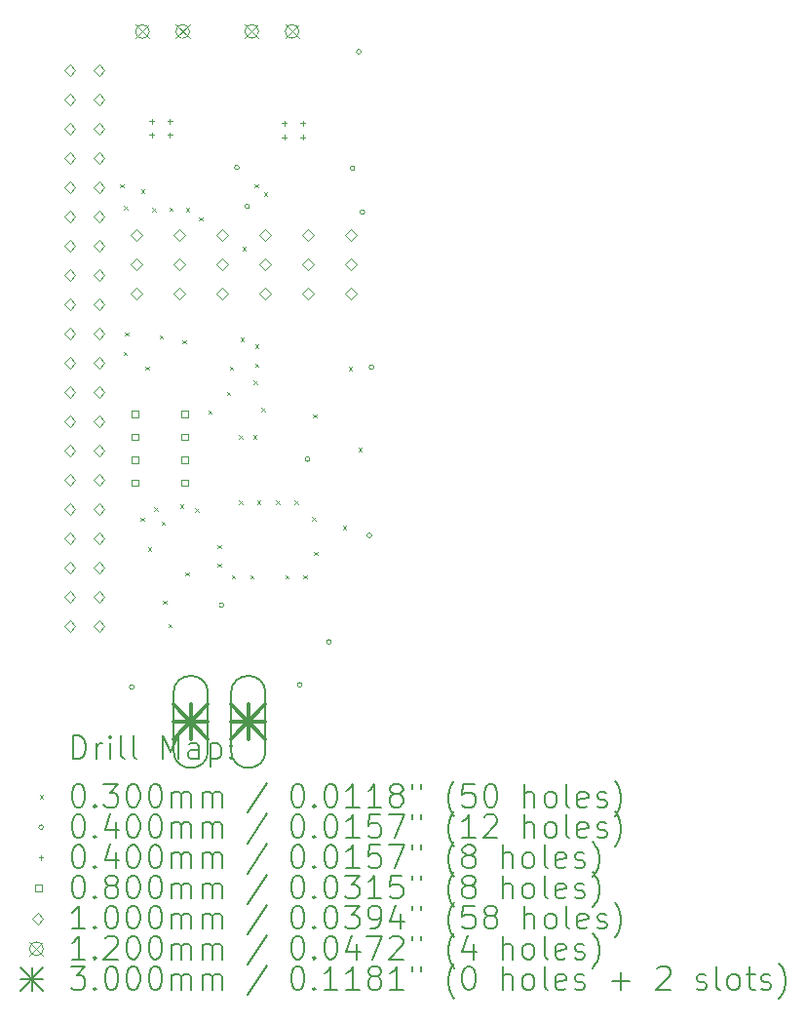
<source format=gbr>
%TF.GenerationSoftware,KiCad,Pcbnew,6.0.7-f9a2dced07~116~ubuntu20.04.1*%
%TF.CreationDate,2022-09-15T22:40:30+02:00*%
%TF.ProjectId,pylot_shield,70796c6f-745f-4736-9869-656c642e6b69,rev?*%
%TF.SameCoordinates,Original*%
%TF.FileFunction,Drillmap*%
%TF.FilePolarity,Positive*%
%FSLAX45Y45*%
G04 Gerber Fmt 4.5, Leading zero omitted, Abs format (unit mm)*
G04 Created by KiCad (PCBNEW 6.0.7-f9a2dced07~116~ubuntu20.04.1) date 2022-09-15 22:40:30*
%MOMM*%
%LPD*%
G01*
G04 APERTURE LIST*
%ADD10C,0.200000*%
%ADD11C,0.030000*%
%ADD12C,0.040000*%
%ADD13C,0.080000*%
%ADD14C,0.100000*%
%ADD15C,0.120000*%
%ADD16C,0.300000*%
G04 APERTURE END LIST*
D10*
D11*
X8322500Y-4575000D02*
X8352500Y-4605000D01*
X8352500Y-4575000D02*
X8322500Y-4605000D01*
X8352500Y-6032500D02*
X8382500Y-6062500D01*
X8382500Y-6032500D02*
X8352500Y-6062500D01*
X8355000Y-4767500D02*
X8385000Y-4797500D01*
X8385000Y-4767500D02*
X8355000Y-4797500D01*
X8365000Y-5862550D02*
X8395000Y-5892550D01*
X8395000Y-5862550D02*
X8365000Y-5892550D01*
X8497500Y-7470000D02*
X8527500Y-7500000D01*
X8527500Y-7470000D02*
X8497500Y-7500000D01*
X8505000Y-4622500D02*
X8535000Y-4652500D01*
X8535000Y-4622500D02*
X8505000Y-4652500D01*
X8542500Y-6157500D02*
X8572500Y-6187500D01*
X8572500Y-6157500D02*
X8542500Y-6187500D01*
X8562500Y-7730000D02*
X8592500Y-7760000D01*
X8592500Y-7730000D02*
X8562500Y-7760000D01*
X8602500Y-4782500D02*
X8632500Y-4812500D01*
X8632500Y-4782500D02*
X8602500Y-4812500D01*
X8617550Y-7382500D02*
X8647550Y-7412500D01*
X8647550Y-7382500D02*
X8617550Y-7412500D01*
X8662500Y-5890000D02*
X8692500Y-5920000D01*
X8692500Y-5890000D02*
X8662500Y-5920000D01*
X8682500Y-7505000D02*
X8712500Y-7535000D01*
X8712500Y-7505000D02*
X8682500Y-7535000D01*
X8695000Y-8192500D02*
X8725000Y-8222500D01*
X8725000Y-8192500D02*
X8695000Y-8222500D01*
X8740000Y-8395000D02*
X8770000Y-8425000D01*
X8770000Y-8395000D02*
X8740000Y-8425000D01*
X8747500Y-4777500D02*
X8777500Y-4807500D01*
X8777500Y-4777500D02*
X8747500Y-4807500D01*
X8840000Y-7357500D02*
X8870000Y-7387500D01*
X8870000Y-7357500D02*
X8840000Y-7387500D01*
X8862500Y-5930000D02*
X8892500Y-5960000D01*
X8892500Y-5930000D02*
X8862500Y-5960000D01*
X8887500Y-7945000D02*
X8917500Y-7975000D01*
X8917500Y-7945000D02*
X8887500Y-7975000D01*
X8892500Y-4782500D02*
X8922500Y-4812500D01*
X8922500Y-4782500D02*
X8892500Y-4812500D01*
X8972500Y-7390000D02*
X9002500Y-7420000D01*
X9002500Y-7390000D02*
X8972500Y-7420000D01*
X9007500Y-4862500D02*
X9037500Y-4892500D01*
X9037500Y-4862500D02*
X9007500Y-4892500D01*
X9087500Y-6540000D02*
X9117500Y-6570000D01*
X9117500Y-6540000D02*
X9087500Y-6570000D01*
X9170000Y-7710000D02*
X9200000Y-7740000D01*
X9200000Y-7710000D02*
X9170000Y-7740000D01*
X9170000Y-7870000D02*
X9200000Y-7900000D01*
X9200000Y-7870000D02*
X9170000Y-7900000D01*
X9250000Y-6380000D02*
X9280000Y-6410000D01*
X9280000Y-6380000D02*
X9250000Y-6410000D01*
X9275000Y-6160000D02*
X9305000Y-6190000D01*
X9305000Y-6160000D02*
X9275000Y-6190000D01*
X9290000Y-7970000D02*
X9320000Y-8000000D01*
X9320000Y-7970000D02*
X9290000Y-8000000D01*
X9352500Y-6757500D02*
X9382500Y-6787500D01*
X9382500Y-6757500D02*
X9352500Y-6787500D01*
X9352500Y-7325000D02*
X9382500Y-7355000D01*
X9382500Y-7325000D02*
X9352500Y-7355000D01*
X9365000Y-5907500D02*
X9395000Y-5937500D01*
X9395000Y-5907500D02*
X9365000Y-5937500D01*
X9385000Y-5120000D02*
X9415000Y-5150000D01*
X9415000Y-5120000D02*
X9385000Y-5150000D01*
X9450000Y-7970000D02*
X9480000Y-8000000D01*
X9480000Y-7970000D02*
X9450000Y-8000000D01*
X9475000Y-6757500D02*
X9505000Y-6787500D01*
X9505000Y-6757500D02*
X9475000Y-6787500D01*
X9480000Y-6282500D02*
X9510000Y-6312500D01*
X9510000Y-6282500D02*
X9480000Y-6312500D01*
X9487500Y-4577500D02*
X9517500Y-4607500D01*
X9517500Y-4577500D02*
X9487500Y-4607500D01*
X9495000Y-5970000D02*
X9525000Y-6000000D01*
X9525000Y-5970000D02*
X9495000Y-6000000D01*
X9495000Y-6135000D02*
X9525000Y-6165000D01*
X9525000Y-6135000D02*
X9495000Y-6165000D01*
X9512500Y-7325000D02*
X9542500Y-7355000D01*
X9542500Y-7325000D02*
X9512500Y-7355000D01*
X9547500Y-6517500D02*
X9577500Y-6547500D01*
X9577500Y-6517500D02*
X9547500Y-6547500D01*
X9569240Y-4649950D02*
X9599240Y-4679950D01*
X9599240Y-4649950D02*
X9569240Y-4679950D01*
X9677500Y-7325000D02*
X9707500Y-7355000D01*
X9707500Y-7325000D02*
X9677500Y-7355000D01*
X9755000Y-7970000D02*
X9785000Y-8000000D01*
X9785000Y-7970000D02*
X9755000Y-8000000D01*
X9837500Y-7325000D02*
X9867500Y-7355000D01*
X9867500Y-7325000D02*
X9837500Y-7355000D01*
X9915000Y-7970000D02*
X9945000Y-8000000D01*
X9945000Y-7970000D02*
X9915000Y-8000000D01*
X9990000Y-7465000D02*
X10020000Y-7495000D01*
X10020000Y-7465000D02*
X9990000Y-7495000D01*
X9997500Y-6572500D02*
X10027500Y-6602500D01*
X10027500Y-6572500D02*
X9997500Y-6602500D01*
X10005000Y-7767500D02*
X10035000Y-7797500D01*
X10035000Y-7767500D02*
X10005000Y-7797500D01*
X10255000Y-7542500D02*
X10285000Y-7572500D01*
X10285000Y-7542500D02*
X10255000Y-7572500D01*
X10305000Y-6162500D02*
X10335000Y-6192500D01*
X10335000Y-6162500D02*
X10305000Y-6192500D01*
X10390000Y-6867500D02*
X10420000Y-6897500D01*
X10420000Y-6867500D02*
X10390000Y-6897500D01*
D12*
X8442500Y-8942500D02*
G75*
G03*
X8442500Y-8942500I-20000J0D01*
G01*
X9222500Y-8232500D02*
G75*
G03*
X9222500Y-8232500I-20000J0D01*
G01*
X9355000Y-4432500D02*
G75*
G03*
X9355000Y-4432500I-20000J0D01*
G01*
X9445000Y-4770000D02*
G75*
G03*
X9445000Y-4770000I-20000J0D01*
G01*
X9900000Y-8922500D02*
G75*
G03*
X9900000Y-8922500I-20000J0D01*
G01*
X9970000Y-6965000D02*
G75*
G03*
X9970000Y-6965000I-20000J0D01*
G01*
X10155000Y-8550000D02*
G75*
G03*
X10155000Y-8550000I-20000J0D01*
G01*
X10360000Y-4437500D02*
G75*
G03*
X10360000Y-4437500I-20000J0D01*
G01*
X10415000Y-3427500D02*
G75*
G03*
X10415000Y-3427500I-20000J0D01*
G01*
X10445000Y-4820000D02*
G75*
G03*
X10445000Y-4820000I-20000J0D01*
G01*
X10507550Y-7625020D02*
G75*
G03*
X10507550Y-7625020I-20000J0D01*
G01*
X10525000Y-6165000D02*
G75*
G03*
X10525000Y-6165000I-20000J0D01*
G01*
X8595000Y-4010000D02*
X8595000Y-4050000D01*
X8575000Y-4030000D02*
X8615000Y-4030000D01*
X8595000Y-4130000D02*
X8595000Y-4170000D01*
X8575000Y-4150000D02*
X8615000Y-4150000D01*
X8755000Y-4010000D02*
X8755000Y-4050000D01*
X8735000Y-4030000D02*
X8775000Y-4030000D01*
X8755000Y-4130000D02*
X8755000Y-4170000D01*
X8735000Y-4150000D02*
X8775000Y-4150000D01*
X9747500Y-4027500D02*
X9747500Y-4067500D01*
X9727500Y-4047500D02*
X9767500Y-4047500D01*
X9747500Y-4147500D02*
X9747500Y-4187500D01*
X9727500Y-4167500D02*
X9767500Y-4167500D01*
X9907500Y-4027500D02*
X9907500Y-4067500D01*
X9887500Y-4047500D02*
X9927500Y-4047500D01*
X9907500Y-4147500D02*
X9907500Y-4187500D01*
X9887500Y-4167500D02*
X9927500Y-4167500D01*
D13*
X8478285Y-6598284D02*
X8478285Y-6541715D01*
X8421716Y-6541715D01*
X8421716Y-6598284D01*
X8478285Y-6598284D01*
X8478285Y-6798284D02*
X8478285Y-6741715D01*
X8421716Y-6741715D01*
X8421716Y-6798284D01*
X8478285Y-6798284D01*
X8478285Y-6998284D02*
X8478285Y-6941715D01*
X8421716Y-6941715D01*
X8421716Y-6998284D01*
X8478285Y-6998284D01*
X8478285Y-7198284D02*
X8478285Y-7141715D01*
X8421716Y-7141715D01*
X8421716Y-7198284D01*
X8478285Y-7198284D01*
X8913285Y-6598284D02*
X8913285Y-6541715D01*
X8856716Y-6541715D01*
X8856716Y-6598284D01*
X8913285Y-6598284D01*
X8913285Y-6798284D02*
X8913285Y-6741715D01*
X8856716Y-6741715D01*
X8856716Y-6798284D01*
X8913285Y-6798284D01*
X8913285Y-6998284D02*
X8913285Y-6941715D01*
X8856716Y-6941715D01*
X8856716Y-6998284D01*
X8913285Y-6998284D01*
X8913285Y-7198284D02*
X8913285Y-7141715D01*
X8856716Y-7141715D01*
X8856716Y-7198284D01*
X8913285Y-7198284D01*
D14*
X7884000Y-3636000D02*
X7934000Y-3586000D01*
X7884000Y-3536000D01*
X7834000Y-3586000D01*
X7884000Y-3636000D01*
X7884000Y-3890000D02*
X7934000Y-3840000D01*
X7884000Y-3790000D01*
X7834000Y-3840000D01*
X7884000Y-3890000D01*
X7884000Y-4144000D02*
X7934000Y-4094000D01*
X7884000Y-4044000D01*
X7834000Y-4094000D01*
X7884000Y-4144000D01*
X7884000Y-4398000D02*
X7934000Y-4348000D01*
X7884000Y-4298000D01*
X7834000Y-4348000D01*
X7884000Y-4398000D01*
X7884000Y-4652000D02*
X7934000Y-4602000D01*
X7884000Y-4552000D01*
X7834000Y-4602000D01*
X7884000Y-4652000D01*
X7884000Y-4906000D02*
X7934000Y-4856000D01*
X7884000Y-4806000D01*
X7834000Y-4856000D01*
X7884000Y-4906000D01*
X7884000Y-5160000D02*
X7934000Y-5110000D01*
X7884000Y-5060000D01*
X7834000Y-5110000D01*
X7884000Y-5160000D01*
X7884000Y-5414000D02*
X7934000Y-5364000D01*
X7884000Y-5314000D01*
X7834000Y-5364000D01*
X7884000Y-5414000D01*
X7884000Y-5668000D02*
X7934000Y-5618000D01*
X7884000Y-5568000D01*
X7834000Y-5618000D01*
X7884000Y-5668000D01*
X7884000Y-5922000D02*
X7934000Y-5872000D01*
X7884000Y-5822000D01*
X7834000Y-5872000D01*
X7884000Y-5922000D01*
X7884000Y-6176000D02*
X7934000Y-6126000D01*
X7884000Y-6076000D01*
X7834000Y-6126000D01*
X7884000Y-6176000D01*
X7884000Y-6430000D02*
X7934000Y-6380000D01*
X7884000Y-6330000D01*
X7834000Y-6380000D01*
X7884000Y-6430000D01*
X7884000Y-6684000D02*
X7934000Y-6634000D01*
X7884000Y-6584000D01*
X7834000Y-6634000D01*
X7884000Y-6684000D01*
X7884000Y-6938000D02*
X7934000Y-6888000D01*
X7884000Y-6838000D01*
X7834000Y-6888000D01*
X7884000Y-6938000D01*
X7884000Y-7192000D02*
X7934000Y-7142000D01*
X7884000Y-7092000D01*
X7834000Y-7142000D01*
X7884000Y-7192000D01*
X7884000Y-7446000D02*
X7934000Y-7396000D01*
X7884000Y-7346000D01*
X7834000Y-7396000D01*
X7884000Y-7446000D01*
X7884000Y-7700000D02*
X7934000Y-7650000D01*
X7884000Y-7600000D01*
X7834000Y-7650000D01*
X7884000Y-7700000D01*
X7884000Y-7954000D02*
X7934000Y-7904000D01*
X7884000Y-7854000D01*
X7834000Y-7904000D01*
X7884000Y-7954000D01*
X7884000Y-8208000D02*
X7934000Y-8158000D01*
X7884000Y-8108000D01*
X7834000Y-8158000D01*
X7884000Y-8208000D01*
X7884000Y-8462000D02*
X7934000Y-8412000D01*
X7884000Y-8362000D01*
X7834000Y-8412000D01*
X7884000Y-8462000D01*
X8138000Y-3636000D02*
X8188000Y-3586000D01*
X8138000Y-3536000D01*
X8088000Y-3586000D01*
X8138000Y-3636000D01*
X8138000Y-3890000D02*
X8188000Y-3840000D01*
X8138000Y-3790000D01*
X8088000Y-3840000D01*
X8138000Y-3890000D01*
X8138000Y-4144000D02*
X8188000Y-4094000D01*
X8138000Y-4044000D01*
X8088000Y-4094000D01*
X8138000Y-4144000D01*
X8138000Y-4398000D02*
X8188000Y-4348000D01*
X8138000Y-4298000D01*
X8088000Y-4348000D01*
X8138000Y-4398000D01*
X8138000Y-4652000D02*
X8188000Y-4602000D01*
X8138000Y-4552000D01*
X8088000Y-4602000D01*
X8138000Y-4652000D01*
X8138000Y-4906000D02*
X8188000Y-4856000D01*
X8138000Y-4806000D01*
X8088000Y-4856000D01*
X8138000Y-4906000D01*
X8138000Y-5160000D02*
X8188000Y-5110000D01*
X8138000Y-5060000D01*
X8088000Y-5110000D01*
X8138000Y-5160000D01*
X8138000Y-5414000D02*
X8188000Y-5364000D01*
X8138000Y-5314000D01*
X8088000Y-5364000D01*
X8138000Y-5414000D01*
X8138000Y-5668000D02*
X8188000Y-5618000D01*
X8138000Y-5568000D01*
X8088000Y-5618000D01*
X8138000Y-5668000D01*
X8138000Y-5922000D02*
X8188000Y-5872000D01*
X8138000Y-5822000D01*
X8088000Y-5872000D01*
X8138000Y-5922000D01*
X8138000Y-6176000D02*
X8188000Y-6126000D01*
X8138000Y-6076000D01*
X8088000Y-6126000D01*
X8138000Y-6176000D01*
X8138000Y-6430000D02*
X8188000Y-6380000D01*
X8138000Y-6330000D01*
X8088000Y-6380000D01*
X8138000Y-6430000D01*
X8138000Y-6684000D02*
X8188000Y-6634000D01*
X8138000Y-6584000D01*
X8088000Y-6634000D01*
X8138000Y-6684000D01*
X8138000Y-6938000D02*
X8188000Y-6888000D01*
X8138000Y-6838000D01*
X8088000Y-6888000D01*
X8138000Y-6938000D01*
X8138000Y-7192000D02*
X8188000Y-7142000D01*
X8138000Y-7092000D01*
X8088000Y-7142000D01*
X8138000Y-7192000D01*
X8138000Y-7446000D02*
X8188000Y-7396000D01*
X8138000Y-7346000D01*
X8088000Y-7396000D01*
X8138000Y-7446000D01*
X8138000Y-7700000D02*
X8188000Y-7650000D01*
X8138000Y-7600000D01*
X8088000Y-7650000D01*
X8138000Y-7700000D01*
X8138000Y-7954000D02*
X8188000Y-7904000D01*
X8138000Y-7854000D01*
X8088000Y-7904000D01*
X8138000Y-7954000D01*
X8138000Y-8208000D02*
X8188000Y-8158000D01*
X8138000Y-8108000D01*
X8088000Y-8158000D01*
X8138000Y-8208000D01*
X8138000Y-8462000D02*
X8188000Y-8412000D01*
X8138000Y-8362000D01*
X8088000Y-8412000D01*
X8138000Y-8462000D01*
X8465000Y-5067500D02*
X8515000Y-5017500D01*
X8465000Y-4967500D01*
X8415000Y-5017500D01*
X8465000Y-5067500D01*
X8465000Y-5321500D02*
X8515000Y-5271500D01*
X8465000Y-5221500D01*
X8415000Y-5271500D01*
X8465000Y-5321500D01*
X8465000Y-5575500D02*
X8515000Y-5525500D01*
X8465000Y-5475500D01*
X8415000Y-5525500D01*
X8465000Y-5575500D01*
X8837500Y-5067500D02*
X8887500Y-5017500D01*
X8837500Y-4967500D01*
X8787500Y-5017500D01*
X8837500Y-5067500D01*
X8837500Y-5321500D02*
X8887500Y-5271500D01*
X8837500Y-5221500D01*
X8787500Y-5271500D01*
X8837500Y-5321500D01*
X8837500Y-5575500D02*
X8887500Y-5525500D01*
X8837500Y-5475500D01*
X8787500Y-5525500D01*
X8837500Y-5575500D01*
X9210000Y-5067500D02*
X9260000Y-5017500D01*
X9210000Y-4967500D01*
X9160000Y-5017500D01*
X9210000Y-5067500D01*
X9210000Y-5321500D02*
X9260000Y-5271500D01*
X9210000Y-5221500D01*
X9160000Y-5271500D01*
X9210000Y-5321500D01*
X9210000Y-5575500D02*
X9260000Y-5525500D01*
X9210000Y-5475500D01*
X9160000Y-5525500D01*
X9210000Y-5575500D01*
X9582500Y-5066000D02*
X9632500Y-5016000D01*
X9582500Y-4966000D01*
X9532500Y-5016000D01*
X9582500Y-5066000D01*
X9582500Y-5320000D02*
X9632500Y-5270000D01*
X9582500Y-5220000D01*
X9532500Y-5270000D01*
X9582500Y-5320000D01*
X9582500Y-5574000D02*
X9632500Y-5524000D01*
X9582500Y-5474000D01*
X9532500Y-5524000D01*
X9582500Y-5574000D01*
X9955000Y-5065000D02*
X10005000Y-5015000D01*
X9955000Y-4965000D01*
X9905000Y-5015000D01*
X9955000Y-5065000D01*
X9955000Y-5319000D02*
X10005000Y-5269000D01*
X9955000Y-5219000D01*
X9905000Y-5269000D01*
X9955000Y-5319000D01*
X9955000Y-5573000D02*
X10005000Y-5523000D01*
X9955000Y-5473000D01*
X9905000Y-5523000D01*
X9955000Y-5573000D01*
X10327500Y-5065000D02*
X10377500Y-5015000D01*
X10327500Y-4965000D01*
X10277500Y-5015000D01*
X10327500Y-5065000D01*
X10327500Y-5319000D02*
X10377500Y-5269000D01*
X10327500Y-5219000D01*
X10277500Y-5269000D01*
X10327500Y-5319000D01*
X10327500Y-5573000D02*
X10377500Y-5523000D01*
X10327500Y-5473000D01*
X10277500Y-5523000D01*
X10327500Y-5573000D01*
D15*
X8455000Y-3191000D02*
X8575000Y-3311000D01*
X8575000Y-3191000D02*
X8455000Y-3311000D01*
X8575000Y-3251000D02*
G75*
G03*
X8575000Y-3251000I-60000J0D01*
G01*
X8805000Y-3191000D02*
X8925000Y-3311000D01*
X8925000Y-3191000D02*
X8805000Y-3311000D01*
X8925000Y-3251000D02*
G75*
G03*
X8925000Y-3251000I-60000J0D01*
G01*
X9405000Y-3190000D02*
X9525000Y-3310000D01*
X9525000Y-3190000D02*
X9405000Y-3310000D01*
X9525000Y-3250000D02*
G75*
G03*
X9525000Y-3250000I-60000J0D01*
G01*
X9755000Y-3190000D02*
X9875000Y-3310000D01*
X9875000Y-3190000D02*
X9755000Y-3310000D01*
X9875000Y-3250000D02*
G75*
G03*
X9875000Y-3250000I-60000J0D01*
G01*
D16*
X8785000Y-9095000D02*
X9085000Y-9395000D01*
X9085000Y-9095000D02*
X8785000Y-9395000D01*
X8935000Y-9095000D02*
X8935000Y-9395000D01*
X8785000Y-9245000D02*
X9085000Y-9245000D01*
D10*
X8785000Y-8995000D02*
X8785000Y-9495000D01*
X9085000Y-8995000D02*
X9085000Y-9495000D01*
X8785000Y-9495000D02*
G75*
G03*
X9085000Y-9495000I150000J0D01*
G01*
X9085000Y-8995000D02*
G75*
G03*
X8785000Y-8995000I-150000J0D01*
G01*
D16*
X9285000Y-9095000D02*
X9585000Y-9395000D01*
X9585000Y-9095000D02*
X9285000Y-9395000D01*
X9435000Y-9095000D02*
X9435000Y-9395000D01*
X9285000Y-9245000D02*
X9585000Y-9245000D01*
D10*
X9285000Y-8995000D02*
X9285000Y-9495000D01*
X9585000Y-8995000D02*
X9585000Y-9495000D01*
X9285000Y-9495000D02*
G75*
G03*
X9585000Y-9495000I150000J0D01*
G01*
X9585000Y-8995000D02*
G75*
G03*
X9285000Y-8995000I-150000J0D01*
G01*
X7912269Y-9565826D02*
X7912269Y-9365826D01*
X7959888Y-9365826D01*
X7988459Y-9375350D01*
X8007507Y-9394398D01*
X8017031Y-9413445D01*
X8026555Y-9451540D01*
X8026555Y-9480112D01*
X8017031Y-9518207D01*
X8007507Y-9537255D01*
X7988459Y-9556302D01*
X7959888Y-9565826D01*
X7912269Y-9565826D01*
X8112269Y-9565826D02*
X8112269Y-9432493D01*
X8112269Y-9470588D02*
X8121793Y-9451540D01*
X8131317Y-9442017D01*
X8150364Y-9432493D01*
X8169412Y-9432493D01*
X8236078Y-9565826D02*
X8236078Y-9432493D01*
X8236078Y-9365826D02*
X8226555Y-9375350D01*
X8236078Y-9384874D01*
X8245602Y-9375350D01*
X8236078Y-9365826D01*
X8236078Y-9384874D01*
X8359888Y-9565826D02*
X8340840Y-9556302D01*
X8331317Y-9537255D01*
X8331317Y-9365826D01*
X8464650Y-9565826D02*
X8445602Y-9556302D01*
X8436079Y-9537255D01*
X8436079Y-9365826D01*
X8693221Y-9565826D02*
X8693221Y-9365826D01*
X8759888Y-9508683D01*
X8826555Y-9365826D01*
X8826555Y-9565826D01*
X9007507Y-9565826D02*
X9007507Y-9461064D01*
X8997983Y-9442017D01*
X8978936Y-9432493D01*
X8940840Y-9432493D01*
X8921793Y-9442017D01*
X9007507Y-9556302D02*
X8988460Y-9565826D01*
X8940840Y-9565826D01*
X8921793Y-9556302D01*
X8912269Y-9537255D01*
X8912269Y-9518207D01*
X8921793Y-9499160D01*
X8940840Y-9489636D01*
X8988460Y-9489636D01*
X9007507Y-9480112D01*
X9102745Y-9432493D02*
X9102745Y-9632493D01*
X9102745Y-9442017D02*
X9121793Y-9432493D01*
X9159888Y-9432493D01*
X9178936Y-9442017D01*
X9188460Y-9451540D01*
X9197983Y-9470588D01*
X9197983Y-9527731D01*
X9188460Y-9546779D01*
X9178936Y-9556302D01*
X9159888Y-9565826D01*
X9121793Y-9565826D01*
X9102745Y-9556302D01*
X9283698Y-9546779D02*
X9293221Y-9556302D01*
X9283698Y-9565826D01*
X9274174Y-9556302D01*
X9283698Y-9546779D01*
X9283698Y-9565826D01*
X9283698Y-9442017D02*
X9293221Y-9451540D01*
X9283698Y-9461064D01*
X9274174Y-9451540D01*
X9283698Y-9442017D01*
X9283698Y-9461064D01*
D11*
X7624650Y-9880350D02*
X7654650Y-9910350D01*
X7654650Y-9880350D02*
X7624650Y-9910350D01*
D10*
X7950364Y-9785826D02*
X7969412Y-9785826D01*
X7988459Y-9795350D01*
X7997983Y-9804874D01*
X8007507Y-9823921D01*
X8017031Y-9862017D01*
X8017031Y-9909636D01*
X8007507Y-9947731D01*
X7997983Y-9966779D01*
X7988459Y-9976302D01*
X7969412Y-9985826D01*
X7950364Y-9985826D01*
X7931317Y-9976302D01*
X7921793Y-9966779D01*
X7912269Y-9947731D01*
X7902745Y-9909636D01*
X7902745Y-9862017D01*
X7912269Y-9823921D01*
X7921793Y-9804874D01*
X7931317Y-9795350D01*
X7950364Y-9785826D01*
X8102745Y-9966779D02*
X8112269Y-9976302D01*
X8102745Y-9985826D01*
X8093221Y-9976302D01*
X8102745Y-9966779D01*
X8102745Y-9985826D01*
X8178936Y-9785826D02*
X8302745Y-9785826D01*
X8236078Y-9862017D01*
X8264650Y-9862017D01*
X8283698Y-9871540D01*
X8293221Y-9881064D01*
X8302745Y-9900112D01*
X8302745Y-9947731D01*
X8293221Y-9966779D01*
X8283698Y-9976302D01*
X8264650Y-9985826D01*
X8207507Y-9985826D01*
X8188459Y-9976302D01*
X8178936Y-9966779D01*
X8426555Y-9785826D02*
X8445602Y-9785826D01*
X8464650Y-9795350D01*
X8474174Y-9804874D01*
X8483698Y-9823921D01*
X8493221Y-9862017D01*
X8493221Y-9909636D01*
X8483698Y-9947731D01*
X8474174Y-9966779D01*
X8464650Y-9976302D01*
X8445602Y-9985826D01*
X8426555Y-9985826D01*
X8407507Y-9976302D01*
X8397983Y-9966779D01*
X8388459Y-9947731D01*
X8378936Y-9909636D01*
X8378936Y-9862017D01*
X8388459Y-9823921D01*
X8397983Y-9804874D01*
X8407507Y-9795350D01*
X8426555Y-9785826D01*
X8617031Y-9785826D02*
X8636079Y-9785826D01*
X8655126Y-9795350D01*
X8664650Y-9804874D01*
X8674174Y-9823921D01*
X8683698Y-9862017D01*
X8683698Y-9909636D01*
X8674174Y-9947731D01*
X8664650Y-9966779D01*
X8655126Y-9976302D01*
X8636079Y-9985826D01*
X8617031Y-9985826D01*
X8597983Y-9976302D01*
X8588460Y-9966779D01*
X8578936Y-9947731D01*
X8569412Y-9909636D01*
X8569412Y-9862017D01*
X8578936Y-9823921D01*
X8588460Y-9804874D01*
X8597983Y-9795350D01*
X8617031Y-9785826D01*
X8769412Y-9985826D02*
X8769412Y-9852493D01*
X8769412Y-9871540D02*
X8778936Y-9862017D01*
X8797983Y-9852493D01*
X8826555Y-9852493D01*
X8845602Y-9862017D01*
X8855126Y-9881064D01*
X8855126Y-9985826D01*
X8855126Y-9881064D02*
X8864650Y-9862017D01*
X8883698Y-9852493D01*
X8912269Y-9852493D01*
X8931317Y-9862017D01*
X8940840Y-9881064D01*
X8940840Y-9985826D01*
X9036079Y-9985826D02*
X9036079Y-9852493D01*
X9036079Y-9871540D02*
X9045602Y-9862017D01*
X9064650Y-9852493D01*
X9093221Y-9852493D01*
X9112269Y-9862017D01*
X9121793Y-9881064D01*
X9121793Y-9985826D01*
X9121793Y-9881064D02*
X9131317Y-9862017D01*
X9150364Y-9852493D01*
X9178936Y-9852493D01*
X9197983Y-9862017D01*
X9207507Y-9881064D01*
X9207507Y-9985826D01*
X9597983Y-9776302D02*
X9426555Y-10033445D01*
X9855126Y-9785826D02*
X9874174Y-9785826D01*
X9893221Y-9795350D01*
X9902745Y-9804874D01*
X9912269Y-9823921D01*
X9921793Y-9862017D01*
X9921793Y-9909636D01*
X9912269Y-9947731D01*
X9902745Y-9966779D01*
X9893221Y-9976302D01*
X9874174Y-9985826D01*
X9855126Y-9985826D01*
X9836079Y-9976302D01*
X9826555Y-9966779D01*
X9817031Y-9947731D01*
X9807507Y-9909636D01*
X9807507Y-9862017D01*
X9817031Y-9823921D01*
X9826555Y-9804874D01*
X9836079Y-9795350D01*
X9855126Y-9785826D01*
X10007507Y-9966779D02*
X10017031Y-9976302D01*
X10007507Y-9985826D01*
X9997983Y-9976302D01*
X10007507Y-9966779D01*
X10007507Y-9985826D01*
X10140840Y-9785826D02*
X10159888Y-9785826D01*
X10178936Y-9795350D01*
X10188460Y-9804874D01*
X10197983Y-9823921D01*
X10207507Y-9862017D01*
X10207507Y-9909636D01*
X10197983Y-9947731D01*
X10188460Y-9966779D01*
X10178936Y-9976302D01*
X10159888Y-9985826D01*
X10140840Y-9985826D01*
X10121793Y-9976302D01*
X10112269Y-9966779D01*
X10102745Y-9947731D01*
X10093221Y-9909636D01*
X10093221Y-9862017D01*
X10102745Y-9823921D01*
X10112269Y-9804874D01*
X10121793Y-9795350D01*
X10140840Y-9785826D01*
X10397983Y-9985826D02*
X10283698Y-9985826D01*
X10340840Y-9985826D02*
X10340840Y-9785826D01*
X10321793Y-9814398D01*
X10302745Y-9833445D01*
X10283698Y-9842969D01*
X10588460Y-9985826D02*
X10474174Y-9985826D01*
X10531317Y-9985826D02*
X10531317Y-9785826D01*
X10512269Y-9814398D01*
X10493221Y-9833445D01*
X10474174Y-9842969D01*
X10702745Y-9871540D02*
X10683698Y-9862017D01*
X10674174Y-9852493D01*
X10664650Y-9833445D01*
X10664650Y-9823921D01*
X10674174Y-9804874D01*
X10683698Y-9795350D01*
X10702745Y-9785826D01*
X10740840Y-9785826D01*
X10759888Y-9795350D01*
X10769412Y-9804874D01*
X10778936Y-9823921D01*
X10778936Y-9833445D01*
X10769412Y-9852493D01*
X10759888Y-9862017D01*
X10740840Y-9871540D01*
X10702745Y-9871540D01*
X10683698Y-9881064D01*
X10674174Y-9890588D01*
X10664650Y-9909636D01*
X10664650Y-9947731D01*
X10674174Y-9966779D01*
X10683698Y-9976302D01*
X10702745Y-9985826D01*
X10740840Y-9985826D01*
X10759888Y-9976302D01*
X10769412Y-9966779D01*
X10778936Y-9947731D01*
X10778936Y-9909636D01*
X10769412Y-9890588D01*
X10759888Y-9881064D01*
X10740840Y-9871540D01*
X10855126Y-9785826D02*
X10855126Y-9823921D01*
X10931317Y-9785826D02*
X10931317Y-9823921D01*
X11226555Y-10062017D02*
X11217031Y-10052493D01*
X11197983Y-10023921D01*
X11188459Y-10004874D01*
X11178936Y-9976302D01*
X11169412Y-9928683D01*
X11169412Y-9890588D01*
X11178936Y-9842969D01*
X11188459Y-9814398D01*
X11197983Y-9795350D01*
X11217031Y-9766779D01*
X11226555Y-9757255D01*
X11397983Y-9785826D02*
X11302745Y-9785826D01*
X11293221Y-9881064D01*
X11302745Y-9871540D01*
X11321793Y-9862017D01*
X11369412Y-9862017D01*
X11388459Y-9871540D01*
X11397983Y-9881064D01*
X11407507Y-9900112D01*
X11407507Y-9947731D01*
X11397983Y-9966779D01*
X11388459Y-9976302D01*
X11369412Y-9985826D01*
X11321793Y-9985826D01*
X11302745Y-9976302D01*
X11293221Y-9966779D01*
X11531317Y-9785826D02*
X11550364Y-9785826D01*
X11569412Y-9795350D01*
X11578936Y-9804874D01*
X11588459Y-9823921D01*
X11597983Y-9862017D01*
X11597983Y-9909636D01*
X11588459Y-9947731D01*
X11578936Y-9966779D01*
X11569412Y-9976302D01*
X11550364Y-9985826D01*
X11531317Y-9985826D01*
X11512269Y-9976302D01*
X11502745Y-9966779D01*
X11493221Y-9947731D01*
X11483698Y-9909636D01*
X11483698Y-9862017D01*
X11493221Y-9823921D01*
X11502745Y-9804874D01*
X11512269Y-9795350D01*
X11531317Y-9785826D01*
X11836078Y-9985826D02*
X11836078Y-9785826D01*
X11921793Y-9985826D02*
X11921793Y-9881064D01*
X11912269Y-9862017D01*
X11893221Y-9852493D01*
X11864650Y-9852493D01*
X11845602Y-9862017D01*
X11836078Y-9871540D01*
X12045602Y-9985826D02*
X12026555Y-9976302D01*
X12017031Y-9966779D01*
X12007507Y-9947731D01*
X12007507Y-9890588D01*
X12017031Y-9871540D01*
X12026555Y-9862017D01*
X12045602Y-9852493D01*
X12074174Y-9852493D01*
X12093221Y-9862017D01*
X12102745Y-9871540D01*
X12112269Y-9890588D01*
X12112269Y-9947731D01*
X12102745Y-9966779D01*
X12093221Y-9976302D01*
X12074174Y-9985826D01*
X12045602Y-9985826D01*
X12226555Y-9985826D02*
X12207507Y-9976302D01*
X12197983Y-9957255D01*
X12197983Y-9785826D01*
X12378936Y-9976302D02*
X12359888Y-9985826D01*
X12321793Y-9985826D01*
X12302745Y-9976302D01*
X12293221Y-9957255D01*
X12293221Y-9881064D01*
X12302745Y-9862017D01*
X12321793Y-9852493D01*
X12359888Y-9852493D01*
X12378936Y-9862017D01*
X12388459Y-9881064D01*
X12388459Y-9900112D01*
X12293221Y-9919160D01*
X12464650Y-9976302D02*
X12483698Y-9985826D01*
X12521793Y-9985826D01*
X12540840Y-9976302D01*
X12550364Y-9957255D01*
X12550364Y-9947731D01*
X12540840Y-9928683D01*
X12521793Y-9919160D01*
X12493221Y-9919160D01*
X12474174Y-9909636D01*
X12464650Y-9890588D01*
X12464650Y-9881064D01*
X12474174Y-9862017D01*
X12493221Y-9852493D01*
X12521793Y-9852493D01*
X12540840Y-9862017D01*
X12617031Y-10062017D02*
X12626555Y-10052493D01*
X12645602Y-10023921D01*
X12655126Y-10004874D01*
X12664650Y-9976302D01*
X12674174Y-9928683D01*
X12674174Y-9890588D01*
X12664650Y-9842969D01*
X12655126Y-9814398D01*
X12645602Y-9795350D01*
X12626555Y-9766779D01*
X12617031Y-9757255D01*
D12*
X7654650Y-10159350D02*
G75*
G03*
X7654650Y-10159350I-20000J0D01*
G01*
D10*
X7950364Y-10049826D02*
X7969412Y-10049826D01*
X7988459Y-10059350D01*
X7997983Y-10068874D01*
X8007507Y-10087921D01*
X8017031Y-10126017D01*
X8017031Y-10173636D01*
X8007507Y-10211731D01*
X7997983Y-10230779D01*
X7988459Y-10240302D01*
X7969412Y-10249826D01*
X7950364Y-10249826D01*
X7931317Y-10240302D01*
X7921793Y-10230779D01*
X7912269Y-10211731D01*
X7902745Y-10173636D01*
X7902745Y-10126017D01*
X7912269Y-10087921D01*
X7921793Y-10068874D01*
X7931317Y-10059350D01*
X7950364Y-10049826D01*
X8102745Y-10230779D02*
X8112269Y-10240302D01*
X8102745Y-10249826D01*
X8093221Y-10240302D01*
X8102745Y-10230779D01*
X8102745Y-10249826D01*
X8283698Y-10116493D02*
X8283698Y-10249826D01*
X8236078Y-10040302D02*
X8188459Y-10183160D01*
X8312269Y-10183160D01*
X8426555Y-10049826D02*
X8445602Y-10049826D01*
X8464650Y-10059350D01*
X8474174Y-10068874D01*
X8483698Y-10087921D01*
X8493221Y-10126017D01*
X8493221Y-10173636D01*
X8483698Y-10211731D01*
X8474174Y-10230779D01*
X8464650Y-10240302D01*
X8445602Y-10249826D01*
X8426555Y-10249826D01*
X8407507Y-10240302D01*
X8397983Y-10230779D01*
X8388459Y-10211731D01*
X8378936Y-10173636D01*
X8378936Y-10126017D01*
X8388459Y-10087921D01*
X8397983Y-10068874D01*
X8407507Y-10059350D01*
X8426555Y-10049826D01*
X8617031Y-10049826D02*
X8636079Y-10049826D01*
X8655126Y-10059350D01*
X8664650Y-10068874D01*
X8674174Y-10087921D01*
X8683698Y-10126017D01*
X8683698Y-10173636D01*
X8674174Y-10211731D01*
X8664650Y-10230779D01*
X8655126Y-10240302D01*
X8636079Y-10249826D01*
X8617031Y-10249826D01*
X8597983Y-10240302D01*
X8588460Y-10230779D01*
X8578936Y-10211731D01*
X8569412Y-10173636D01*
X8569412Y-10126017D01*
X8578936Y-10087921D01*
X8588460Y-10068874D01*
X8597983Y-10059350D01*
X8617031Y-10049826D01*
X8769412Y-10249826D02*
X8769412Y-10116493D01*
X8769412Y-10135540D02*
X8778936Y-10126017D01*
X8797983Y-10116493D01*
X8826555Y-10116493D01*
X8845602Y-10126017D01*
X8855126Y-10145064D01*
X8855126Y-10249826D01*
X8855126Y-10145064D02*
X8864650Y-10126017D01*
X8883698Y-10116493D01*
X8912269Y-10116493D01*
X8931317Y-10126017D01*
X8940840Y-10145064D01*
X8940840Y-10249826D01*
X9036079Y-10249826D02*
X9036079Y-10116493D01*
X9036079Y-10135540D02*
X9045602Y-10126017D01*
X9064650Y-10116493D01*
X9093221Y-10116493D01*
X9112269Y-10126017D01*
X9121793Y-10145064D01*
X9121793Y-10249826D01*
X9121793Y-10145064D02*
X9131317Y-10126017D01*
X9150364Y-10116493D01*
X9178936Y-10116493D01*
X9197983Y-10126017D01*
X9207507Y-10145064D01*
X9207507Y-10249826D01*
X9597983Y-10040302D02*
X9426555Y-10297445D01*
X9855126Y-10049826D02*
X9874174Y-10049826D01*
X9893221Y-10059350D01*
X9902745Y-10068874D01*
X9912269Y-10087921D01*
X9921793Y-10126017D01*
X9921793Y-10173636D01*
X9912269Y-10211731D01*
X9902745Y-10230779D01*
X9893221Y-10240302D01*
X9874174Y-10249826D01*
X9855126Y-10249826D01*
X9836079Y-10240302D01*
X9826555Y-10230779D01*
X9817031Y-10211731D01*
X9807507Y-10173636D01*
X9807507Y-10126017D01*
X9817031Y-10087921D01*
X9826555Y-10068874D01*
X9836079Y-10059350D01*
X9855126Y-10049826D01*
X10007507Y-10230779D02*
X10017031Y-10240302D01*
X10007507Y-10249826D01*
X9997983Y-10240302D01*
X10007507Y-10230779D01*
X10007507Y-10249826D01*
X10140840Y-10049826D02*
X10159888Y-10049826D01*
X10178936Y-10059350D01*
X10188460Y-10068874D01*
X10197983Y-10087921D01*
X10207507Y-10126017D01*
X10207507Y-10173636D01*
X10197983Y-10211731D01*
X10188460Y-10230779D01*
X10178936Y-10240302D01*
X10159888Y-10249826D01*
X10140840Y-10249826D01*
X10121793Y-10240302D01*
X10112269Y-10230779D01*
X10102745Y-10211731D01*
X10093221Y-10173636D01*
X10093221Y-10126017D01*
X10102745Y-10087921D01*
X10112269Y-10068874D01*
X10121793Y-10059350D01*
X10140840Y-10049826D01*
X10397983Y-10249826D02*
X10283698Y-10249826D01*
X10340840Y-10249826D02*
X10340840Y-10049826D01*
X10321793Y-10078398D01*
X10302745Y-10097445D01*
X10283698Y-10106969D01*
X10578936Y-10049826D02*
X10483698Y-10049826D01*
X10474174Y-10145064D01*
X10483698Y-10135540D01*
X10502745Y-10126017D01*
X10550364Y-10126017D01*
X10569412Y-10135540D01*
X10578936Y-10145064D01*
X10588460Y-10164112D01*
X10588460Y-10211731D01*
X10578936Y-10230779D01*
X10569412Y-10240302D01*
X10550364Y-10249826D01*
X10502745Y-10249826D01*
X10483698Y-10240302D01*
X10474174Y-10230779D01*
X10655126Y-10049826D02*
X10788460Y-10049826D01*
X10702745Y-10249826D01*
X10855126Y-10049826D02*
X10855126Y-10087921D01*
X10931317Y-10049826D02*
X10931317Y-10087921D01*
X11226555Y-10326017D02*
X11217031Y-10316493D01*
X11197983Y-10287921D01*
X11188459Y-10268874D01*
X11178936Y-10240302D01*
X11169412Y-10192683D01*
X11169412Y-10154588D01*
X11178936Y-10106969D01*
X11188459Y-10078398D01*
X11197983Y-10059350D01*
X11217031Y-10030779D01*
X11226555Y-10021255D01*
X11407507Y-10249826D02*
X11293221Y-10249826D01*
X11350364Y-10249826D02*
X11350364Y-10049826D01*
X11331317Y-10078398D01*
X11312269Y-10097445D01*
X11293221Y-10106969D01*
X11483698Y-10068874D02*
X11493221Y-10059350D01*
X11512269Y-10049826D01*
X11559888Y-10049826D01*
X11578936Y-10059350D01*
X11588459Y-10068874D01*
X11597983Y-10087921D01*
X11597983Y-10106969D01*
X11588459Y-10135540D01*
X11474174Y-10249826D01*
X11597983Y-10249826D01*
X11836078Y-10249826D02*
X11836078Y-10049826D01*
X11921793Y-10249826D02*
X11921793Y-10145064D01*
X11912269Y-10126017D01*
X11893221Y-10116493D01*
X11864650Y-10116493D01*
X11845602Y-10126017D01*
X11836078Y-10135540D01*
X12045602Y-10249826D02*
X12026555Y-10240302D01*
X12017031Y-10230779D01*
X12007507Y-10211731D01*
X12007507Y-10154588D01*
X12017031Y-10135540D01*
X12026555Y-10126017D01*
X12045602Y-10116493D01*
X12074174Y-10116493D01*
X12093221Y-10126017D01*
X12102745Y-10135540D01*
X12112269Y-10154588D01*
X12112269Y-10211731D01*
X12102745Y-10230779D01*
X12093221Y-10240302D01*
X12074174Y-10249826D01*
X12045602Y-10249826D01*
X12226555Y-10249826D02*
X12207507Y-10240302D01*
X12197983Y-10221255D01*
X12197983Y-10049826D01*
X12378936Y-10240302D02*
X12359888Y-10249826D01*
X12321793Y-10249826D01*
X12302745Y-10240302D01*
X12293221Y-10221255D01*
X12293221Y-10145064D01*
X12302745Y-10126017D01*
X12321793Y-10116493D01*
X12359888Y-10116493D01*
X12378936Y-10126017D01*
X12388459Y-10145064D01*
X12388459Y-10164112D01*
X12293221Y-10183160D01*
X12464650Y-10240302D02*
X12483698Y-10249826D01*
X12521793Y-10249826D01*
X12540840Y-10240302D01*
X12550364Y-10221255D01*
X12550364Y-10211731D01*
X12540840Y-10192683D01*
X12521793Y-10183160D01*
X12493221Y-10183160D01*
X12474174Y-10173636D01*
X12464650Y-10154588D01*
X12464650Y-10145064D01*
X12474174Y-10126017D01*
X12493221Y-10116493D01*
X12521793Y-10116493D01*
X12540840Y-10126017D01*
X12617031Y-10326017D02*
X12626555Y-10316493D01*
X12645602Y-10287921D01*
X12655126Y-10268874D01*
X12664650Y-10240302D01*
X12674174Y-10192683D01*
X12674174Y-10154588D01*
X12664650Y-10106969D01*
X12655126Y-10078398D01*
X12645602Y-10059350D01*
X12626555Y-10030779D01*
X12617031Y-10021255D01*
D12*
X7634650Y-10403350D02*
X7634650Y-10443350D01*
X7614650Y-10423350D02*
X7654650Y-10423350D01*
D10*
X7950364Y-10313826D02*
X7969412Y-10313826D01*
X7988459Y-10323350D01*
X7997983Y-10332874D01*
X8007507Y-10351921D01*
X8017031Y-10390017D01*
X8017031Y-10437636D01*
X8007507Y-10475731D01*
X7997983Y-10494779D01*
X7988459Y-10504302D01*
X7969412Y-10513826D01*
X7950364Y-10513826D01*
X7931317Y-10504302D01*
X7921793Y-10494779D01*
X7912269Y-10475731D01*
X7902745Y-10437636D01*
X7902745Y-10390017D01*
X7912269Y-10351921D01*
X7921793Y-10332874D01*
X7931317Y-10323350D01*
X7950364Y-10313826D01*
X8102745Y-10494779D02*
X8112269Y-10504302D01*
X8102745Y-10513826D01*
X8093221Y-10504302D01*
X8102745Y-10494779D01*
X8102745Y-10513826D01*
X8283698Y-10380493D02*
X8283698Y-10513826D01*
X8236078Y-10304302D02*
X8188459Y-10447160D01*
X8312269Y-10447160D01*
X8426555Y-10313826D02*
X8445602Y-10313826D01*
X8464650Y-10323350D01*
X8474174Y-10332874D01*
X8483698Y-10351921D01*
X8493221Y-10390017D01*
X8493221Y-10437636D01*
X8483698Y-10475731D01*
X8474174Y-10494779D01*
X8464650Y-10504302D01*
X8445602Y-10513826D01*
X8426555Y-10513826D01*
X8407507Y-10504302D01*
X8397983Y-10494779D01*
X8388459Y-10475731D01*
X8378936Y-10437636D01*
X8378936Y-10390017D01*
X8388459Y-10351921D01*
X8397983Y-10332874D01*
X8407507Y-10323350D01*
X8426555Y-10313826D01*
X8617031Y-10313826D02*
X8636079Y-10313826D01*
X8655126Y-10323350D01*
X8664650Y-10332874D01*
X8674174Y-10351921D01*
X8683698Y-10390017D01*
X8683698Y-10437636D01*
X8674174Y-10475731D01*
X8664650Y-10494779D01*
X8655126Y-10504302D01*
X8636079Y-10513826D01*
X8617031Y-10513826D01*
X8597983Y-10504302D01*
X8588460Y-10494779D01*
X8578936Y-10475731D01*
X8569412Y-10437636D01*
X8569412Y-10390017D01*
X8578936Y-10351921D01*
X8588460Y-10332874D01*
X8597983Y-10323350D01*
X8617031Y-10313826D01*
X8769412Y-10513826D02*
X8769412Y-10380493D01*
X8769412Y-10399540D02*
X8778936Y-10390017D01*
X8797983Y-10380493D01*
X8826555Y-10380493D01*
X8845602Y-10390017D01*
X8855126Y-10409064D01*
X8855126Y-10513826D01*
X8855126Y-10409064D02*
X8864650Y-10390017D01*
X8883698Y-10380493D01*
X8912269Y-10380493D01*
X8931317Y-10390017D01*
X8940840Y-10409064D01*
X8940840Y-10513826D01*
X9036079Y-10513826D02*
X9036079Y-10380493D01*
X9036079Y-10399540D02*
X9045602Y-10390017D01*
X9064650Y-10380493D01*
X9093221Y-10380493D01*
X9112269Y-10390017D01*
X9121793Y-10409064D01*
X9121793Y-10513826D01*
X9121793Y-10409064D02*
X9131317Y-10390017D01*
X9150364Y-10380493D01*
X9178936Y-10380493D01*
X9197983Y-10390017D01*
X9207507Y-10409064D01*
X9207507Y-10513826D01*
X9597983Y-10304302D02*
X9426555Y-10561445D01*
X9855126Y-10313826D02*
X9874174Y-10313826D01*
X9893221Y-10323350D01*
X9902745Y-10332874D01*
X9912269Y-10351921D01*
X9921793Y-10390017D01*
X9921793Y-10437636D01*
X9912269Y-10475731D01*
X9902745Y-10494779D01*
X9893221Y-10504302D01*
X9874174Y-10513826D01*
X9855126Y-10513826D01*
X9836079Y-10504302D01*
X9826555Y-10494779D01*
X9817031Y-10475731D01*
X9807507Y-10437636D01*
X9807507Y-10390017D01*
X9817031Y-10351921D01*
X9826555Y-10332874D01*
X9836079Y-10323350D01*
X9855126Y-10313826D01*
X10007507Y-10494779D02*
X10017031Y-10504302D01*
X10007507Y-10513826D01*
X9997983Y-10504302D01*
X10007507Y-10494779D01*
X10007507Y-10513826D01*
X10140840Y-10313826D02*
X10159888Y-10313826D01*
X10178936Y-10323350D01*
X10188460Y-10332874D01*
X10197983Y-10351921D01*
X10207507Y-10390017D01*
X10207507Y-10437636D01*
X10197983Y-10475731D01*
X10188460Y-10494779D01*
X10178936Y-10504302D01*
X10159888Y-10513826D01*
X10140840Y-10513826D01*
X10121793Y-10504302D01*
X10112269Y-10494779D01*
X10102745Y-10475731D01*
X10093221Y-10437636D01*
X10093221Y-10390017D01*
X10102745Y-10351921D01*
X10112269Y-10332874D01*
X10121793Y-10323350D01*
X10140840Y-10313826D01*
X10397983Y-10513826D02*
X10283698Y-10513826D01*
X10340840Y-10513826D02*
X10340840Y-10313826D01*
X10321793Y-10342398D01*
X10302745Y-10361445D01*
X10283698Y-10370969D01*
X10578936Y-10313826D02*
X10483698Y-10313826D01*
X10474174Y-10409064D01*
X10483698Y-10399540D01*
X10502745Y-10390017D01*
X10550364Y-10390017D01*
X10569412Y-10399540D01*
X10578936Y-10409064D01*
X10588460Y-10428112D01*
X10588460Y-10475731D01*
X10578936Y-10494779D01*
X10569412Y-10504302D01*
X10550364Y-10513826D01*
X10502745Y-10513826D01*
X10483698Y-10504302D01*
X10474174Y-10494779D01*
X10655126Y-10313826D02*
X10788460Y-10313826D01*
X10702745Y-10513826D01*
X10855126Y-10313826D02*
X10855126Y-10351921D01*
X10931317Y-10313826D02*
X10931317Y-10351921D01*
X11226555Y-10590017D02*
X11217031Y-10580493D01*
X11197983Y-10551921D01*
X11188459Y-10532874D01*
X11178936Y-10504302D01*
X11169412Y-10456683D01*
X11169412Y-10418588D01*
X11178936Y-10370969D01*
X11188459Y-10342398D01*
X11197983Y-10323350D01*
X11217031Y-10294779D01*
X11226555Y-10285255D01*
X11331317Y-10399540D02*
X11312269Y-10390017D01*
X11302745Y-10380493D01*
X11293221Y-10361445D01*
X11293221Y-10351921D01*
X11302745Y-10332874D01*
X11312269Y-10323350D01*
X11331317Y-10313826D01*
X11369412Y-10313826D01*
X11388459Y-10323350D01*
X11397983Y-10332874D01*
X11407507Y-10351921D01*
X11407507Y-10361445D01*
X11397983Y-10380493D01*
X11388459Y-10390017D01*
X11369412Y-10399540D01*
X11331317Y-10399540D01*
X11312269Y-10409064D01*
X11302745Y-10418588D01*
X11293221Y-10437636D01*
X11293221Y-10475731D01*
X11302745Y-10494779D01*
X11312269Y-10504302D01*
X11331317Y-10513826D01*
X11369412Y-10513826D01*
X11388459Y-10504302D01*
X11397983Y-10494779D01*
X11407507Y-10475731D01*
X11407507Y-10437636D01*
X11397983Y-10418588D01*
X11388459Y-10409064D01*
X11369412Y-10399540D01*
X11645602Y-10513826D02*
X11645602Y-10313826D01*
X11731317Y-10513826D02*
X11731317Y-10409064D01*
X11721793Y-10390017D01*
X11702745Y-10380493D01*
X11674174Y-10380493D01*
X11655126Y-10390017D01*
X11645602Y-10399540D01*
X11855126Y-10513826D02*
X11836078Y-10504302D01*
X11826555Y-10494779D01*
X11817031Y-10475731D01*
X11817031Y-10418588D01*
X11826555Y-10399540D01*
X11836078Y-10390017D01*
X11855126Y-10380493D01*
X11883698Y-10380493D01*
X11902745Y-10390017D01*
X11912269Y-10399540D01*
X11921793Y-10418588D01*
X11921793Y-10475731D01*
X11912269Y-10494779D01*
X11902745Y-10504302D01*
X11883698Y-10513826D01*
X11855126Y-10513826D01*
X12036078Y-10513826D02*
X12017031Y-10504302D01*
X12007507Y-10485255D01*
X12007507Y-10313826D01*
X12188459Y-10504302D02*
X12169412Y-10513826D01*
X12131317Y-10513826D01*
X12112269Y-10504302D01*
X12102745Y-10485255D01*
X12102745Y-10409064D01*
X12112269Y-10390017D01*
X12131317Y-10380493D01*
X12169412Y-10380493D01*
X12188459Y-10390017D01*
X12197983Y-10409064D01*
X12197983Y-10428112D01*
X12102745Y-10447160D01*
X12274174Y-10504302D02*
X12293221Y-10513826D01*
X12331317Y-10513826D01*
X12350364Y-10504302D01*
X12359888Y-10485255D01*
X12359888Y-10475731D01*
X12350364Y-10456683D01*
X12331317Y-10447160D01*
X12302745Y-10447160D01*
X12283698Y-10437636D01*
X12274174Y-10418588D01*
X12274174Y-10409064D01*
X12283698Y-10390017D01*
X12302745Y-10380493D01*
X12331317Y-10380493D01*
X12350364Y-10390017D01*
X12426555Y-10590017D02*
X12436078Y-10580493D01*
X12455126Y-10551921D01*
X12464650Y-10532874D01*
X12474174Y-10504302D01*
X12483698Y-10456683D01*
X12483698Y-10418588D01*
X12474174Y-10370969D01*
X12464650Y-10342398D01*
X12455126Y-10323350D01*
X12436078Y-10294779D01*
X12426555Y-10285255D01*
D13*
X7642934Y-10715635D02*
X7642934Y-10659066D01*
X7586365Y-10659066D01*
X7586365Y-10715635D01*
X7642934Y-10715635D01*
D10*
X7950364Y-10577826D02*
X7969412Y-10577826D01*
X7988459Y-10587350D01*
X7997983Y-10596874D01*
X8007507Y-10615921D01*
X8017031Y-10654017D01*
X8017031Y-10701636D01*
X8007507Y-10739731D01*
X7997983Y-10758779D01*
X7988459Y-10768302D01*
X7969412Y-10777826D01*
X7950364Y-10777826D01*
X7931317Y-10768302D01*
X7921793Y-10758779D01*
X7912269Y-10739731D01*
X7902745Y-10701636D01*
X7902745Y-10654017D01*
X7912269Y-10615921D01*
X7921793Y-10596874D01*
X7931317Y-10587350D01*
X7950364Y-10577826D01*
X8102745Y-10758779D02*
X8112269Y-10768302D01*
X8102745Y-10777826D01*
X8093221Y-10768302D01*
X8102745Y-10758779D01*
X8102745Y-10777826D01*
X8226555Y-10663540D02*
X8207507Y-10654017D01*
X8197983Y-10644493D01*
X8188459Y-10625445D01*
X8188459Y-10615921D01*
X8197983Y-10596874D01*
X8207507Y-10587350D01*
X8226555Y-10577826D01*
X8264650Y-10577826D01*
X8283698Y-10587350D01*
X8293221Y-10596874D01*
X8302745Y-10615921D01*
X8302745Y-10625445D01*
X8293221Y-10644493D01*
X8283698Y-10654017D01*
X8264650Y-10663540D01*
X8226555Y-10663540D01*
X8207507Y-10673064D01*
X8197983Y-10682588D01*
X8188459Y-10701636D01*
X8188459Y-10739731D01*
X8197983Y-10758779D01*
X8207507Y-10768302D01*
X8226555Y-10777826D01*
X8264650Y-10777826D01*
X8283698Y-10768302D01*
X8293221Y-10758779D01*
X8302745Y-10739731D01*
X8302745Y-10701636D01*
X8293221Y-10682588D01*
X8283698Y-10673064D01*
X8264650Y-10663540D01*
X8426555Y-10577826D02*
X8445602Y-10577826D01*
X8464650Y-10587350D01*
X8474174Y-10596874D01*
X8483698Y-10615921D01*
X8493221Y-10654017D01*
X8493221Y-10701636D01*
X8483698Y-10739731D01*
X8474174Y-10758779D01*
X8464650Y-10768302D01*
X8445602Y-10777826D01*
X8426555Y-10777826D01*
X8407507Y-10768302D01*
X8397983Y-10758779D01*
X8388459Y-10739731D01*
X8378936Y-10701636D01*
X8378936Y-10654017D01*
X8388459Y-10615921D01*
X8397983Y-10596874D01*
X8407507Y-10587350D01*
X8426555Y-10577826D01*
X8617031Y-10577826D02*
X8636079Y-10577826D01*
X8655126Y-10587350D01*
X8664650Y-10596874D01*
X8674174Y-10615921D01*
X8683698Y-10654017D01*
X8683698Y-10701636D01*
X8674174Y-10739731D01*
X8664650Y-10758779D01*
X8655126Y-10768302D01*
X8636079Y-10777826D01*
X8617031Y-10777826D01*
X8597983Y-10768302D01*
X8588460Y-10758779D01*
X8578936Y-10739731D01*
X8569412Y-10701636D01*
X8569412Y-10654017D01*
X8578936Y-10615921D01*
X8588460Y-10596874D01*
X8597983Y-10587350D01*
X8617031Y-10577826D01*
X8769412Y-10777826D02*
X8769412Y-10644493D01*
X8769412Y-10663540D02*
X8778936Y-10654017D01*
X8797983Y-10644493D01*
X8826555Y-10644493D01*
X8845602Y-10654017D01*
X8855126Y-10673064D01*
X8855126Y-10777826D01*
X8855126Y-10673064D02*
X8864650Y-10654017D01*
X8883698Y-10644493D01*
X8912269Y-10644493D01*
X8931317Y-10654017D01*
X8940840Y-10673064D01*
X8940840Y-10777826D01*
X9036079Y-10777826D02*
X9036079Y-10644493D01*
X9036079Y-10663540D02*
X9045602Y-10654017D01*
X9064650Y-10644493D01*
X9093221Y-10644493D01*
X9112269Y-10654017D01*
X9121793Y-10673064D01*
X9121793Y-10777826D01*
X9121793Y-10673064D02*
X9131317Y-10654017D01*
X9150364Y-10644493D01*
X9178936Y-10644493D01*
X9197983Y-10654017D01*
X9207507Y-10673064D01*
X9207507Y-10777826D01*
X9597983Y-10568302D02*
X9426555Y-10825445D01*
X9855126Y-10577826D02*
X9874174Y-10577826D01*
X9893221Y-10587350D01*
X9902745Y-10596874D01*
X9912269Y-10615921D01*
X9921793Y-10654017D01*
X9921793Y-10701636D01*
X9912269Y-10739731D01*
X9902745Y-10758779D01*
X9893221Y-10768302D01*
X9874174Y-10777826D01*
X9855126Y-10777826D01*
X9836079Y-10768302D01*
X9826555Y-10758779D01*
X9817031Y-10739731D01*
X9807507Y-10701636D01*
X9807507Y-10654017D01*
X9817031Y-10615921D01*
X9826555Y-10596874D01*
X9836079Y-10587350D01*
X9855126Y-10577826D01*
X10007507Y-10758779D02*
X10017031Y-10768302D01*
X10007507Y-10777826D01*
X9997983Y-10768302D01*
X10007507Y-10758779D01*
X10007507Y-10777826D01*
X10140840Y-10577826D02*
X10159888Y-10577826D01*
X10178936Y-10587350D01*
X10188460Y-10596874D01*
X10197983Y-10615921D01*
X10207507Y-10654017D01*
X10207507Y-10701636D01*
X10197983Y-10739731D01*
X10188460Y-10758779D01*
X10178936Y-10768302D01*
X10159888Y-10777826D01*
X10140840Y-10777826D01*
X10121793Y-10768302D01*
X10112269Y-10758779D01*
X10102745Y-10739731D01*
X10093221Y-10701636D01*
X10093221Y-10654017D01*
X10102745Y-10615921D01*
X10112269Y-10596874D01*
X10121793Y-10587350D01*
X10140840Y-10577826D01*
X10274174Y-10577826D02*
X10397983Y-10577826D01*
X10331317Y-10654017D01*
X10359888Y-10654017D01*
X10378936Y-10663540D01*
X10388460Y-10673064D01*
X10397983Y-10692112D01*
X10397983Y-10739731D01*
X10388460Y-10758779D01*
X10378936Y-10768302D01*
X10359888Y-10777826D01*
X10302745Y-10777826D01*
X10283698Y-10768302D01*
X10274174Y-10758779D01*
X10588460Y-10777826D02*
X10474174Y-10777826D01*
X10531317Y-10777826D02*
X10531317Y-10577826D01*
X10512269Y-10606398D01*
X10493221Y-10625445D01*
X10474174Y-10634969D01*
X10769412Y-10577826D02*
X10674174Y-10577826D01*
X10664650Y-10673064D01*
X10674174Y-10663540D01*
X10693221Y-10654017D01*
X10740840Y-10654017D01*
X10759888Y-10663540D01*
X10769412Y-10673064D01*
X10778936Y-10692112D01*
X10778936Y-10739731D01*
X10769412Y-10758779D01*
X10759888Y-10768302D01*
X10740840Y-10777826D01*
X10693221Y-10777826D01*
X10674174Y-10768302D01*
X10664650Y-10758779D01*
X10855126Y-10577826D02*
X10855126Y-10615921D01*
X10931317Y-10577826D02*
X10931317Y-10615921D01*
X11226555Y-10854017D02*
X11217031Y-10844493D01*
X11197983Y-10815921D01*
X11188459Y-10796874D01*
X11178936Y-10768302D01*
X11169412Y-10720683D01*
X11169412Y-10682588D01*
X11178936Y-10634969D01*
X11188459Y-10606398D01*
X11197983Y-10587350D01*
X11217031Y-10558779D01*
X11226555Y-10549255D01*
X11331317Y-10663540D02*
X11312269Y-10654017D01*
X11302745Y-10644493D01*
X11293221Y-10625445D01*
X11293221Y-10615921D01*
X11302745Y-10596874D01*
X11312269Y-10587350D01*
X11331317Y-10577826D01*
X11369412Y-10577826D01*
X11388459Y-10587350D01*
X11397983Y-10596874D01*
X11407507Y-10615921D01*
X11407507Y-10625445D01*
X11397983Y-10644493D01*
X11388459Y-10654017D01*
X11369412Y-10663540D01*
X11331317Y-10663540D01*
X11312269Y-10673064D01*
X11302745Y-10682588D01*
X11293221Y-10701636D01*
X11293221Y-10739731D01*
X11302745Y-10758779D01*
X11312269Y-10768302D01*
X11331317Y-10777826D01*
X11369412Y-10777826D01*
X11388459Y-10768302D01*
X11397983Y-10758779D01*
X11407507Y-10739731D01*
X11407507Y-10701636D01*
X11397983Y-10682588D01*
X11388459Y-10673064D01*
X11369412Y-10663540D01*
X11645602Y-10777826D02*
X11645602Y-10577826D01*
X11731317Y-10777826D02*
X11731317Y-10673064D01*
X11721793Y-10654017D01*
X11702745Y-10644493D01*
X11674174Y-10644493D01*
X11655126Y-10654017D01*
X11645602Y-10663540D01*
X11855126Y-10777826D02*
X11836078Y-10768302D01*
X11826555Y-10758779D01*
X11817031Y-10739731D01*
X11817031Y-10682588D01*
X11826555Y-10663540D01*
X11836078Y-10654017D01*
X11855126Y-10644493D01*
X11883698Y-10644493D01*
X11902745Y-10654017D01*
X11912269Y-10663540D01*
X11921793Y-10682588D01*
X11921793Y-10739731D01*
X11912269Y-10758779D01*
X11902745Y-10768302D01*
X11883698Y-10777826D01*
X11855126Y-10777826D01*
X12036078Y-10777826D02*
X12017031Y-10768302D01*
X12007507Y-10749255D01*
X12007507Y-10577826D01*
X12188459Y-10768302D02*
X12169412Y-10777826D01*
X12131317Y-10777826D01*
X12112269Y-10768302D01*
X12102745Y-10749255D01*
X12102745Y-10673064D01*
X12112269Y-10654017D01*
X12131317Y-10644493D01*
X12169412Y-10644493D01*
X12188459Y-10654017D01*
X12197983Y-10673064D01*
X12197983Y-10692112D01*
X12102745Y-10711160D01*
X12274174Y-10768302D02*
X12293221Y-10777826D01*
X12331317Y-10777826D01*
X12350364Y-10768302D01*
X12359888Y-10749255D01*
X12359888Y-10739731D01*
X12350364Y-10720683D01*
X12331317Y-10711160D01*
X12302745Y-10711160D01*
X12283698Y-10701636D01*
X12274174Y-10682588D01*
X12274174Y-10673064D01*
X12283698Y-10654017D01*
X12302745Y-10644493D01*
X12331317Y-10644493D01*
X12350364Y-10654017D01*
X12426555Y-10854017D02*
X12436078Y-10844493D01*
X12455126Y-10815921D01*
X12464650Y-10796874D01*
X12474174Y-10768302D01*
X12483698Y-10720683D01*
X12483698Y-10682588D01*
X12474174Y-10634969D01*
X12464650Y-10606398D01*
X12455126Y-10587350D01*
X12436078Y-10558779D01*
X12426555Y-10549255D01*
D14*
X7604650Y-11001350D02*
X7654650Y-10951350D01*
X7604650Y-10901350D01*
X7554650Y-10951350D01*
X7604650Y-11001350D01*
D10*
X8017031Y-11041826D02*
X7902745Y-11041826D01*
X7959888Y-11041826D02*
X7959888Y-10841826D01*
X7940840Y-10870398D01*
X7921793Y-10889445D01*
X7902745Y-10898969D01*
X8102745Y-11022779D02*
X8112269Y-11032302D01*
X8102745Y-11041826D01*
X8093221Y-11032302D01*
X8102745Y-11022779D01*
X8102745Y-11041826D01*
X8236078Y-10841826D02*
X8255126Y-10841826D01*
X8274174Y-10851350D01*
X8283698Y-10860874D01*
X8293221Y-10879921D01*
X8302745Y-10918017D01*
X8302745Y-10965636D01*
X8293221Y-11003731D01*
X8283698Y-11022779D01*
X8274174Y-11032302D01*
X8255126Y-11041826D01*
X8236078Y-11041826D01*
X8217031Y-11032302D01*
X8207507Y-11022779D01*
X8197983Y-11003731D01*
X8188459Y-10965636D01*
X8188459Y-10918017D01*
X8197983Y-10879921D01*
X8207507Y-10860874D01*
X8217031Y-10851350D01*
X8236078Y-10841826D01*
X8426555Y-10841826D02*
X8445602Y-10841826D01*
X8464650Y-10851350D01*
X8474174Y-10860874D01*
X8483698Y-10879921D01*
X8493221Y-10918017D01*
X8493221Y-10965636D01*
X8483698Y-11003731D01*
X8474174Y-11022779D01*
X8464650Y-11032302D01*
X8445602Y-11041826D01*
X8426555Y-11041826D01*
X8407507Y-11032302D01*
X8397983Y-11022779D01*
X8388459Y-11003731D01*
X8378936Y-10965636D01*
X8378936Y-10918017D01*
X8388459Y-10879921D01*
X8397983Y-10860874D01*
X8407507Y-10851350D01*
X8426555Y-10841826D01*
X8617031Y-10841826D02*
X8636079Y-10841826D01*
X8655126Y-10851350D01*
X8664650Y-10860874D01*
X8674174Y-10879921D01*
X8683698Y-10918017D01*
X8683698Y-10965636D01*
X8674174Y-11003731D01*
X8664650Y-11022779D01*
X8655126Y-11032302D01*
X8636079Y-11041826D01*
X8617031Y-11041826D01*
X8597983Y-11032302D01*
X8588460Y-11022779D01*
X8578936Y-11003731D01*
X8569412Y-10965636D01*
X8569412Y-10918017D01*
X8578936Y-10879921D01*
X8588460Y-10860874D01*
X8597983Y-10851350D01*
X8617031Y-10841826D01*
X8769412Y-11041826D02*
X8769412Y-10908493D01*
X8769412Y-10927540D02*
X8778936Y-10918017D01*
X8797983Y-10908493D01*
X8826555Y-10908493D01*
X8845602Y-10918017D01*
X8855126Y-10937064D01*
X8855126Y-11041826D01*
X8855126Y-10937064D02*
X8864650Y-10918017D01*
X8883698Y-10908493D01*
X8912269Y-10908493D01*
X8931317Y-10918017D01*
X8940840Y-10937064D01*
X8940840Y-11041826D01*
X9036079Y-11041826D02*
X9036079Y-10908493D01*
X9036079Y-10927540D02*
X9045602Y-10918017D01*
X9064650Y-10908493D01*
X9093221Y-10908493D01*
X9112269Y-10918017D01*
X9121793Y-10937064D01*
X9121793Y-11041826D01*
X9121793Y-10937064D02*
X9131317Y-10918017D01*
X9150364Y-10908493D01*
X9178936Y-10908493D01*
X9197983Y-10918017D01*
X9207507Y-10937064D01*
X9207507Y-11041826D01*
X9597983Y-10832302D02*
X9426555Y-11089445D01*
X9855126Y-10841826D02*
X9874174Y-10841826D01*
X9893221Y-10851350D01*
X9902745Y-10860874D01*
X9912269Y-10879921D01*
X9921793Y-10918017D01*
X9921793Y-10965636D01*
X9912269Y-11003731D01*
X9902745Y-11022779D01*
X9893221Y-11032302D01*
X9874174Y-11041826D01*
X9855126Y-11041826D01*
X9836079Y-11032302D01*
X9826555Y-11022779D01*
X9817031Y-11003731D01*
X9807507Y-10965636D01*
X9807507Y-10918017D01*
X9817031Y-10879921D01*
X9826555Y-10860874D01*
X9836079Y-10851350D01*
X9855126Y-10841826D01*
X10007507Y-11022779D02*
X10017031Y-11032302D01*
X10007507Y-11041826D01*
X9997983Y-11032302D01*
X10007507Y-11022779D01*
X10007507Y-11041826D01*
X10140840Y-10841826D02*
X10159888Y-10841826D01*
X10178936Y-10851350D01*
X10188460Y-10860874D01*
X10197983Y-10879921D01*
X10207507Y-10918017D01*
X10207507Y-10965636D01*
X10197983Y-11003731D01*
X10188460Y-11022779D01*
X10178936Y-11032302D01*
X10159888Y-11041826D01*
X10140840Y-11041826D01*
X10121793Y-11032302D01*
X10112269Y-11022779D01*
X10102745Y-11003731D01*
X10093221Y-10965636D01*
X10093221Y-10918017D01*
X10102745Y-10879921D01*
X10112269Y-10860874D01*
X10121793Y-10851350D01*
X10140840Y-10841826D01*
X10274174Y-10841826D02*
X10397983Y-10841826D01*
X10331317Y-10918017D01*
X10359888Y-10918017D01*
X10378936Y-10927540D01*
X10388460Y-10937064D01*
X10397983Y-10956112D01*
X10397983Y-11003731D01*
X10388460Y-11022779D01*
X10378936Y-11032302D01*
X10359888Y-11041826D01*
X10302745Y-11041826D01*
X10283698Y-11032302D01*
X10274174Y-11022779D01*
X10493221Y-11041826D02*
X10531317Y-11041826D01*
X10550364Y-11032302D01*
X10559888Y-11022779D01*
X10578936Y-10994207D01*
X10588460Y-10956112D01*
X10588460Y-10879921D01*
X10578936Y-10860874D01*
X10569412Y-10851350D01*
X10550364Y-10841826D01*
X10512269Y-10841826D01*
X10493221Y-10851350D01*
X10483698Y-10860874D01*
X10474174Y-10879921D01*
X10474174Y-10927540D01*
X10483698Y-10946588D01*
X10493221Y-10956112D01*
X10512269Y-10965636D01*
X10550364Y-10965636D01*
X10569412Y-10956112D01*
X10578936Y-10946588D01*
X10588460Y-10927540D01*
X10759888Y-10908493D02*
X10759888Y-11041826D01*
X10712269Y-10832302D02*
X10664650Y-10975160D01*
X10788460Y-10975160D01*
X10855126Y-10841826D02*
X10855126Y-10879921D01*
X10931317Y-10841826D02*
X10931317Y-10879921D01*
X11226555Y-11118017D02*
X11217031Y-11108493D01*
X11197983Y-11079921D01*
X11188459Y-11060874D01*
X11178936Y-11032302D01*
X11169412Y-10984683D01*
X11169412Y-10946588D01*
X11178936Y-10898969D01*
X11188459Y-10870398D01*
X11197983Y-10851350D01*
X11217031Y-10822779D01*
X11226555Y-10813255D01*
X11397983Y-10841826D02*
X11302745Y-10841826D01*
X11293221Y-10937064D01*
X11302745Y-10927540D01*
X11321793Y-10918017D01*
X11369412Y-10918017D01*
X11388459Y-10927540D01*
X11397983Y-10937064D01*
X11407507Y-10956112D01*
X11407507Y-11003731D01*
X11397983Y-11022779D01*
X11388459Y-11032302D01*
X11369412Y-11041826D01*
X11321793Y-11041826D01*
X11302745Y-11032302D01*
X11293221Y-11022779D01*
X11521793Y-10927540D02*
X11502745Y-10918017D01*
X11493221Y-10908493D01*
X11483698Y-10889445D01*
X11483698Y-10879921D01*
X11493221Y-10860874D01*
X11502745Y-10851350D01*
X11521793Y-10841826D01*
X11559888Y-10841826D01*
X11578936Y-10851350D01*
X11588459Y-10860874D01*
X11597983Y-10879921D01*
X11597983Y-10889445D01*
X11588459Y-10908493D01*
X11578936Y-10918017D01*
X11559888Y-10927540D01*
X11521793Y-10927540D01*
X11502745Y-10937064D01*
X11493221Y-10946588D01*
X11483698Y-10965636D01*
X11483698Y-11003731D01*
X11493221Y-11022779D01*
X11502745Y-11032302D01*
X11521793Y-11041826D01*
X11559888Y-11041826D01*
X11578936Y-11032302D01*
X11588459Y-11022779D01*
X11597983Y-11003731D01*
X11597983Y-10965636D01*
X11588459Y-10946588D01*
X11578936Y-10937064D01*
X11559888Y-10927540D01*
X11836078Y-11041826D02*
X11836078Y-10841826D01*
X11921793Y-11041826D02*
X11921793Y-10937064D01*
X11912269Y-10918017D01*
X11893221Y-10908493D01*
X11864650Y-10908493D01*
X11845602Y-10918017D01*
X11836078Y-10927540D01*
X12045602Y-11041826D02*
X12026555Y-11032302D01*
X12017031Y-11022779D01*
X12007507Y-11003731D01*
X12007507Y-10946588D01*
X12017031Y-10927540D01*
X12026555Y-10918017D01*
X12045602Y-10908493D01*
X12074174Y-10908493D01*
X12093221Y-10918017D01*
X12102745Y-10927540D01*
X12112269Y-10946588D01*
X12112269Y-11003731D01*
X12102745Y-11022779D01*
X12093221Y-11032302D01*
X12074174Y-11041826D01*
X12045602Y-11041826D01*
X12226555Y-11041826D02*
X12207507Y-11032302D01*
X12197983Y-11013255D01*
X12197983Y-10841826D01*
X12378936Y-11032302D02*
X12359888Y-11041826D01*
X12321793Y-11041826D01*
X12302745Y-11032302D01*
X12293221Y-11013255D01*
X12293221Y-10937064D01*
X12302745Y-10918017D01*
X12321793Y-10908493D01*
X12359888Y-10908493D01*
X12378936Y-10918017D01*
X12388459Y-10937064D01*
X12388459Y-10956112D01*
X12293221Y-10975160D01*
X12464650Y-11032302D02*
X12483698Y-11041826D01*
X12521793Y-11041826D01*
X12540840Y-11032302D01*
X12550364Y-11013255D01*
X12550364Y-11003731D01*
X12540840Y-10984683D01*
X12521793Y-10975160D01*
X12493221Y-10975160D01*
X12474174Y-10965636D01*
X12464650Y-10946588D01*
X12464650Y-10937064D01*
X12474174Y-10918017D01*
X12493221Y-10908493D01*
X12521793Y-10908493D01*
X12540840Y-10918017D01*
X12617031Y-11118017D02*
X12626555Y-11108493D01*
X12645602Y-11079921D01*
X12655126Y-11060874D01*
X12664650Y-11032302D01*
X12674174Y-10984683D01*
X12674174Y-10946588D01*
X12664650Y-10898969D01*
X12655126Y-10870398D01*
X12645602Y-10851350D01*
X12626555Y-10822779D01*
X12617031Y-10813255D01*
D15*
X7534650Y-11155350D02*
X7654650Y-11275350D01*
X7654650Y-11155350D02*
X7534650Y-11275350D01*
X7654650Y-11215350D02*
G75*
G03*
X7654650Y-11215350I-60000J0D01*
G01*
D10*
X8017031Y-11305826D02*
X7902745Y-11305826D01*
X7959888Y-11305826D02*
X7959888Y-11105826D01*
X7940840Y-11134398D01*
X7921793Y-11153445D01*
X7902745Y-11162969D01*
X8102745Y-11286778D02*
X8112269Y-11296302D01*
X8102745Y-11305826D01*
X8093221Y-11296302D01*
X8102745Y-11286778D01*
X8102745Y-11305826D01*
X8188459Y-11124874D02*
X8197983Y-11115350D01*
X8217031Y-11105826D01*
X8264650Y-11105826D01*
X8283698Y-11115350D01*
X8293221Y-11124874D01*
X8302745Y-11143921D01*
X8302745Y-11162969D01*
X8293221Y-11191540D01*
X8178936Y-11305826D01*
X8302745Y-11305826D01*
X8426555Y-11105826D02*
X8445602Y-11105826D01*
X8464650Y-11115350D01*
X8474174Y-11124874D01*
X8483698Y-11143921D01*
X8493221Y-11182017D01*
X8493221Y-11229636D01*
X8483698Y-11267731D01*
X8474174Y-11286778D01*
X8464650Y-11296302D01*
X8445602Y-11305826D01*
X8426555Y-11305826D01*
X8407507Y-11296302D01*
X8397983Y-11286778D01*
X8388459Y-11267731D01*
X8378936Y-11229636D01*
X8378936Y-11182017D01*
X8388459Y-11143921D01*
X8397983Y-11124874D01*
X8407507Y-11115350D01*
X8426555Y-11105826D01*
X8617031Y-11105826D02*
X8636079Y-11105826D01*
X8655126Y-11115350D01*
X8664650Y-11124874D01*
X8674174Y-11143921D01*
X8683698Y-11182017D01*
X8683698Y-11229636D01*
X8674174Y-11267731D01*
X8664650Y-11286778D01*
X8655126Y-11296302D01*
X8636079Y-11305826D01*
X8617031Y-11305826D01*
X8597983Y-11296302D01*
X8588460Y-11286778D01*
X8578936Y-11267731D01*
X8569412Y-11229636D01*
X8569412Y-11182017D01*
X8578936Y-11143921D01*
X8588460Y-11124874D01*
X8597983Y-11115350D01*
X8617031Y-11105826D01*
X8769412Y-11305826D02*
X8769412Y-11172493D01*
X8769412Y-11191540D02*
X8778936Y-11182017D01*
X8797983Y-11172493D01*
X8826555Y-11172493D01*
X8845602Y-11182017D01*
X8855126Y-11201064D01*
X8855126Y-11305826D01*
X8855126Y-11201064D02*
X8864650Y-11182017D01*
X8883698Y-11172493D01*
X8912269Y-11172493D01*
X8931317Y-11182017D01*
X8940840Y-11201064D01*
X8940840Y-11305826D01*
X9036079Y-11305826D02*
X9036079Y-11172493D01*
X9036079Y-11191540D02*
X9045602Y-11182017D01*
X9064650Y-11172493D01*
X9093221Y-11172493D01*
X9112269Y-11182017D01*
X9121793Y-11201064D01*
X9121793Y-11305826D01*
X9121793Y-11201064D02*
X9131317Y-11182017D01*
X9150364Y-11172493D01*
X9178936Y-11172493D01*
X9197983Y-11182017D01*
X9207507Y-11201064D01*
X9207507Y-11305826D01*
X9597983Y-11096302D02*
X9426555Y-11353445D01*
X9855126Y-11105826D02*
X9874174Y-11105826D01*
X9893221Y-11115350D01*
X9902745Y-11124874D01*
X9912269Y-11143921D01*
X9921793Y-11182017D01*
X9921793Y-11229636D01*
X9912269Y-11267731D01*
X9902745Y-11286778D01*
X9893221Y-11296302D01*
X9874174Y-11305826D01*
X9855126Y-11305826D01*
X9836079Y-11296302D01*
X9826555Y-11286778D01*
X9817031Y-11267731D01*
X9807507Y-11229636D01*
X9807507Y-11182017D01*
X9817031Y-11143921D01*
X9826555Y-11124874D01*
X9836079Y-11115350D01*
X9855126Y-11105826D01*
X10007507Y-11286778D02*
X10017031Y-11296302D01*
X10007507Y-11305826D01*
X9997983Y-11296302D01*
X10007507Y-11286778D01*
X10007507Y-11305826D01*
X10140840Y-11105826D02*
X10159888Y-11105826D01*
X10178936Y-11115350D01*
X10188460Y-11124874D01*
X10197983Y-11143921D01*
X10207507Y-11182017D01*
X10207507Y-11229636D01*
X10197983Y-11267731D01*
X10188460Y-11286778D01*
X10178936Y-11296302D01*
X10159888Y-11305826D01*
X10140840Y-11305826D01*
X10121793Y-11296302D01*
X10112269Y-11286778D01*
X10102745Y-11267731D01*
X10093221Y-11229636D01*
X10093221Y-11182017D01*
X10102745Y-11143921D01*
X10112269Y-11124874D01*
X10121793Y-11115350D01*
X10140840Y-11105826D01*
X10378936Y-11172493D02*
X10378936Y-11305826D01*
X10331317Y-11096302D02*
X10283698Y-11239159D01*
X10407507Y-11239159D01*
X10464650Y-11105826D02*
X10597983Y-11105826D01*
X10512269Y-11305826D01*
X10664650Y-11124874D02*
X10674174Y-11115350D01*
X10693221Y-11105826D01*
X10740840Y-11105826D01*
X10759888Y-11115350D01*
X10769412Y-11124874D01*
X10778936Y-11143921D01*
X10778936Y-11162969D01*
X10769412Y-11191540D01*
X10655126Y-11305826D01*
X10778936Y-11305826D01*
X10855126Y-11105826D02*
X10855126Y-11143921D01*
X10931317Y-11105826D02*
X10931317Y-11143921D01*
X11226555Y-11382017D02*
X11217031Y-11372493D01*
X11197983Y-11343921D01*
X11188459Y-11324874D01*
X11178936Y-11296302D01*
X11169412Y-11248683D01*
X11169412Y-11210588D01*
X11178936Y-11162969D01*
X11188459Y-11134398D01*
X11197983Y-11115350D01*
X11217031Y-11086779D01*
X11226555Y-11077255D01*
X11388459Y-11172493D02*
X11388459Y-11305826D01*
X11340840Y-11096302D02*
X11293221Y-11239159D01*
X11417031Y-11239159D01*
X11645602Y-11305826D02*
X11645602Y-11105826D01*
X11731317Y-11305826D02*
X11731317Y-11201064D01*
X11721793Y-11182017D01*
X11702745Y-11172493D01*
X11674174Y-11172493D01*
X11655126Y-11182017D01*
X11645602Y-11191540D01*
X11855126Y-11305826D02*
X11836078Y-11296302D01*
X11826555Y-11286778D01*
X11817031Y-11267731D01*
X11817031Y-11210588D01*
X11826555Y-11191540D01*
X11836078Y-11182017D01*
X11855126Y-11172493D01*
X11883698Y-11172493D01*
X11902745Y-11182017D01*
X11912269Y-11191540D01*
X11921793Y-11210588D01*
X11921793Y-11267731D01*
X11912269Y-11286778D01*
X11902745Y-11296302D01*
X11883698Y-11305826D01*
X11855126Y-11305826D01*
X12036078Y-11305826D02*
X12017031Y-11296302D01*
X12007507Y-11277255D01*
X12007507Y-11105826D01*
X12188459Y-11296302D02*
X12169412Y-11305826D01*
X12131317Y-11305826D01*
X12112269Y-11296302D01*
X12102745Y-11277255D01*
X12102745Y-11201064D01*
X12112269Y-11182017D01*
X12131317Y-11172493D01*
X12169412Y-11172493D01*
X12188459Y-11182017D01*
X12197983Y-11201064D01*
X12197983Y-11220112D01*
X12102745Y-11239159D01*
X12274174Y-11296302D02*
X12293221Y-11305826D01*
X12331317Y-11305826D01*
X12350364Y-11296302D01*
X12359888Y-11277255D01*
X12359888Y-11267731D01*
X12350364Y-11248683D01*
X12331317Y-11239159D01*
X12302745Y-11239159D01*
X12283698Y-11229636D01*
X12274174Y-11210588D01*
X12274174Y-11201064D01*
X12283698Y-11182017D01*
X12302745Y-11172493D01*
X12331317Y-11172493D01*
X12350364Y-11182017D01*
X12426555Y-11382017D02*
X12436078Y-11372493D01*
X12455126Y-11343921D01*
X12464650Y-11324874D01*
X12474174Y-11296302D01*
X12483698Y-11248683D01*
X12483698Y-11210588D01*
X12474174Y-11162969D01*
X12464650Y-11134398D01*
X12455126Y-11115350D01*
X12436078Y-11086779D01*
X12426555Y-11077255D01*
X7454650Y-11379350D02*
X7654650Y-11579350D01*
X7654650Y-11379350D02*
X7454650Y-11579350D01*
X7554650Y-11379350D02*
X7554650Y-11579350D01*
X7454650Y-11479350D02*
X7654650Y-11479350D01*
X7893221Y-11369826D02*
X8017031Y-11369826D01*
X7950364Y-11446017D01*
X7978936Y-11446017D01*
X7997983Y-11455540D01*
X8007507Y-11465064D01*
X8017031Y-11484112D01*
X8017031Y-11531731D01*
X8007507Y-11550778D01*
X7997983Y-11560302D01*
X7978936Y-11569826D01*
X7921793Y-11569826D01*
X7902745Y-11560302D01*
X7893221Y-11550778D01*
X8102745Y-11550778D02*
X8112269Y-11560302D01*
X8102745Y-11569826D01*
X8093221Y-11560302D01*
X8102745Y-11550778D01*
X8102745Y-11569826D01*
X8236078Y-11369826D02*
X8255126Y-11369826D01*
X8274174Y-11379350D01*
X8283698Y-11388874D01*
X8293221Y-11407921D01*
X8302745Y-11446017D01*
X8302745Y-11493636D01*
X8293221Y-11531731D01*
X8283698Y-11550778D01*
X8274174Y-11560302D01*
X8255126Y-11569826D01*
X8236078Y-11569826D01*
X8217031Y-11560302D01*
X8207507Y-11550778D01*
X8197983Y-11531731D01*
X8188459Y-11493636D01*
X8188459Y-11446017D01*
X8197983Y-11407921D01*
X8207507Y-11388874D01*
X8217031Y-11379350D01*
X8236078Y-11369826D01*
X8426555Y-11369826D02*
X8445602Y-11369826D01*
X8464650Y-11379350D01*
X8474174Y-11388874D01*
X8483698Y-11407921D01*
X8493221Y-11446017D01*
X8493221Y-11493636D01*
X8483698Y-11531731D01*
X8474174Y-11550778D01*
X8464650Y-11560302D01*
X8445602Y-11569826D01*
X8426555Y-11569826D01*
X8407507Y-11560302D01*
X8397983Y-11550778D01*
X8388459Y-11531731D01*
X8378936Y-11493636D01*
X8378936Y-11446017D01*
X8388459Y-11407921D01*
X8397983Y-11388874D01*
X8407507Y-11379350D01*
X8426555Y-11369826D01*
X8617031Y-11369826D02*
X8636079Y-11369826D01*
X8655126Y-11379350D01*
X8664650Y-11388874D01*
X8674174Y-11407921D01*
X8683698Y-11446017D01*
X8683698Y-11493636D01*
X8674174Y-11531731D01*
X8664650Y-11550778D01*
X8655126Y-11560302D01*
X8636079Y-11569826D01*
X8617031Y-11569826D01*
X8597983Y-11560302D01*
X8588460Y-11550778D01*
X8578936Y-11531731D01*
X8569412Y-11493636D01*
X8569412Y-11446017D01*
X8578936Y-11407921D01*
X8588460Y-11388874D01*
X8597983Y-11379350D01*
X8617031Y-11369826D01*
X8769412Y-11569826D02*
X8769412Y-11436493D01*
X8769412Y-11455540D02*
X8778936Y-11446017D01*
X8797983Y-11436493D01*
X8826555Y-11436493D01*
X8845602Y-11446017D01*
X8855126Y-11465064D01*
X8855126Y-11569826D01*
X8855126Y-11465064D02*
X8864650Y-11446017D01*
X8883698Y-11436493D01*
X8912269Y-11436493D01*
X8931317Y-11446017D01*
X8940840Y-11465064D01*
X8940840Y-11569826D01*
X9036079Y-11569826D02*
X9036079Y-11436493D01*
X9036079Y-11455540D02*
X9045602Y-11446017D01*
X9064650Y-11436493D01*
X9093221Y-11436493D01*
X9112269Y-11446017D01*
X9121793Y-11465064D01*
X9121793Y-11569826D01*
X9121793Y-11465064D02*
X9131317Y-11446017D01*
X9150364Y-11436493D01*
X9178936Y-11436493D01*
X9197983Y-11446017D01*
X9207507Y-11465064D01*
X9207507Y-11569826D01*
X9597983Y-11360302D02*
X9426555Y-11617445D01*
X9855126Y-11369826D02*
X9874174Y-11369826D01*
X9893221Y-11379350D01*
X9902745Y-11388874D01*
X9912269Y-11407921D01*
X9921793Y-11446017D01*
X9921793Y-11493636D01*
X9912269Y-11531731D01*
X9902745Y-11550778D01*
X9893221Y-11560302D01*
X9874174Y-11569826D01*
X9855126Y-11569826D01*
X9836079Y-11560302D01*
X9826555Y-11550778D01*
X9817031Y-11531731D01*
X9807507Y-11493636D01*
X9807507Y-11446017D01*
X9817031Y-11407921D01*
X9826555Y-11388874D01*
X9836079Y-11379350D01*
X9855126Y-11369826D01*
X10007507Y-11550778D02*
X10017031Y-11560302D01*
X10007507Y-11569826D01*
X9997983Y-11560302D01*
X10007507Y-11550778D01*
X10007507Y-11569826D01*
X10207507Y-11569826D02*
X10093221Y-11569826D01*
X10150364Y-11569826D02*
X10150364Y-11369826D01*
X10131317Y-11398398D01*
X10112269Y-11417445D01*
X10093221Y-11426969D01*
X10397983Y-11569826D02*
X10283698Y-11569826D01*
X10340840Y-11569826D02*
X10340840Y-11369826D01*
X10321793Y-11398398D01*
X10302745Y-11417445D01*
X10283698Y-11426969D01*
X10512269Y-11455540D02*
X10493221Y-11446017D01*
X10483698Y-11436493D01*
X10474174Y-11417445D01*
X10474174Y-11407921D01*
X10483698Y-11388874D01*
X10493221Y-11379350D01*
X10512269Y-11369826D01*
X10550364Y-11369826D01*
X10569412Y-11379350D01*
X10578936Y-11388874D01*
X10588460Y-11407921D01*
X10588460Y-11417445D01*
X10578936Y-11436493D01*
X10569412Y-11446017D01*
X10550364Y-11455540D01*
X10512269Y-11455540D01*
X10493221Y-11465064D01*
X10483698Y-11474588D01*
X10474174Y-11493636D01*
X10474174Y-11531731D01*
X10483698Y-11550778D01*
X10493221Y-11560302D01*
X10512269Y-11569826D01*
X10550364Y-11569826D01*
X10569412Y-11560302D01*
X10578936Y-11550778D01*
X10588460Y-11531731D01*
X10588460Y-11493636D01*
X10578936Y-11474588D01*
X10569412Y-11465064D01*
X10550364Y-11455540D01*
X10778936Y-11569826D02*
X10664650Y-11569826D01*
X10721793Y-11569826D02*
X10721793Y-11369826D01*
X10702745Y-11398398D01*
X10683698Y-11417445D01*
X10664650Y-11426969D01*
X10855126Y-11369826D02*
X10855126Y-11407921D01*
X10931317Y-11369826D02*
X10931317Y-11407921D01*
X11226555Y-11646017D02*
X11217031Y-11636493D01*
X11197983Y-11607921D01*
X11188459Y-11588874D01*
X11178936Y-11560302D01*
X11169412Y-11512683D01*
X11169412Y-11474588D01*
X11178936Y-11426969D01*
X11188459Y-11398398D01*
X11197983Y-11379350D01*
X11217031Y-11350778D01*
X11226555Y-11341255D01*
X11340840Y-11369826D02*
X11359888Y-11369826D01*
X11378936Y-11379350D01*
X11388459Y-11388874D01*
X11397983Y-11407921D01*
X11407507Y-11446017D01*
X11407507Y-11493636D01*
X11397983Y-11531731D01*
X11388459Y-11550778D01*
X11378936Y-11560302D01*
X11359888Y-11569826D01*
X11340840Y-11569826D01*
X11321793Y-11560302D01*
X11312269Y-11550778D01*
X11302745Y-11531731D01*
X11293221Y-11493636D01*
X11293221Y-11446017D01*
X11302745Y-11407921D01*
X11312269Y-11388874D01*
X11321793Y-11379350D01*
X11340840Y-11369826D01*
X11645602Y-11569826D02*
X11645602Y-11369826D01*
X11731317Y-11569826D02*
X11731317Y-11465064D01*
X11721793Y-11446017D01*
X11702745Y-11436493D01*
X11674174Y-11436493D01*
X11655126Y-11446017D01*
X11645602Y-11455540D01*
X11855126Y-11569826D02*
X11836078Y-11560302D01*
X11826555Y-11550778D01*
X11817031Y-11531731D01*
X11817031Y-11474588D01*
X11826555Y-11455540D01*
X11836078Y-11446017D01*
X11855126Y-11436493D01*
X11883698Y-11436493D01*
X11902745Y-11446017D01*
X11912269Y-11455540D01*
X11921793Y-11474588D01*
X11921793Y-11531731D01*
X11912269Y-11550778D01*
X11902745Y-11560302D01*
X11883698Y-11569826D01*
X11855126Y-11569826D01*
X12036078Y-11569826D02*
X12017031Y-11560302D01*
X12007507Y-11541255D01*
X12007507Y-11369826D01*
X12188459Y-11560302D02*
X12169412Y-11569826D01*
X12131317Y-11569826D01*
X12112269Y-11560302D01*
X12102745Y-11541255D01*
X12102745Y-11465064D01*
X12112269Y-11446017D01*
X12131317Y-11436493D01*
X12169412Y-11436493D01*
X12188459Y-11446017D01*
X12197983Y-11465064D01*
X12197983Y-11484112D01*
X12102745Y-11503159D01*
X12274174Y-11560302D02*
X12293221Y-11569826D01*
X12331317Y-11569826D01*
X12350364Y-11560302D01*
X12359888Y-11541255D01*
X12359888Y-11531731D01*
X12350364Y-11512683D01*
X12331317Y-11503159D01*
X12302745Y-11503159D01*
X12283698Y-11493636D01*
X12274174Y-11474588D01*
X12274174Y-11465064D01*
X12283698Y-11446017D01*
X12302745Y-11436493D01*
X12331317Y-11436493D01*
X12350364Y-11446017D01*
X12597983Y-11493636D02*
X12750364Y-11493636D01*
X12674174Y-11569826D02*
X12674174Y-11417445D01*
X12988459Y-11388874D02*
X12997983Y-11379350D01*
X13017031Y-11369826D01*
X13064650Y-11369826D01*
X13083698Y-11379350D01*
X13093221Y-11388874D01*
X13102745Y-11407921D01*
X13102745Y-11426969D01*
X13093221Y-11455540D01*
X12978936Y-11569826D01*
X13102745Y-11569826D01*
X13331317Y-11560302D02*
X13350364Y-11569826D01*
X13388459Y-11569826D01*
X13407507Y-11560302D01*
X13417031Y-11541255D01*
X13417031Y-11531731D01*
X13407507Y-11512683D01*
X13388459Y-11503159D01*
X13359888Y-11503159D01*
X13340840Y-11493636D01*
X13331317Y-11474588D01*
X13331317Y-11465064D01*
X13340840Y-11446017D01*
X13359888Y-11436493D01*
X13388459Y-11436493D01*
X13407507Y-11446017D01*
X13531317Y-11569826D02*
X13512269Y-11560302D01*
X13502745Y-11541255D01*
X13502745Y-11369826D01*
X13636078Y-11569826D02*
X13617031Y-11560302D01*
X13607507Y-11550778D01*
X13597983Y-11531731D01*
X13597983Y-11474588D01*
X13607507Y-11455540D01*
X13617031Y-11446017D01*
X13636078Y-11436493D01*
X13664650Y-11436493D01*
X13683698Y-11446017D01*
X13693221Y-11455540D01*
X13702745Y-11474588D01*
X13702745Y-11531731D01*
X13693221Y-11550778D01*
X13683698Y-11560302D01*
X13664650Y-11569826D01*
X13636078Y-11569826D01*
X13759888Y-11436493D02*
X13836078Y-11436493D01*
X13788459Y-11369826D02*
X13788459Y-11541255D01*
X13797983Y-11560302D01*
X13817031Y-11569826D01*
X13836078Y-11569826D01*
X13893221Y-11560302D02*
X13912269Y-11569826D01*
X13950364Y-11569826D01*
X13969412Y-11560302D01*
X13978936Y-11541255D01*
X13978936Y-11531731D01*
X13969412Y-11512683D01*
X13950364Y-11503159D01*
X13921793Y-11503159D01*
X13902745Y-11493636D01*
X13893221Y-11474588D01*
X13893221Y-11465064D01*
X13902745Y-11446017D01*
X13921793Y-11436493D01*
X13950364Y-11436493D01*
X13969412Y-11446017D01*
X14045602Y-11646017D02*
X14055126Y-11636493D01*
X14074174Y-11607921D01*
X14083698Y-11588874D01*
X14093221Y-11560302D01*
X14102745Y-11512683D01*
X14102745Y-11474588D01*
X14093221Y-11426969D01*
X14083698Y-11398398D01*
X14074174Y-11379350D01*
X14055126Y-11350778D01*
X14045602Y-11341255D01*
M02*

</source>
